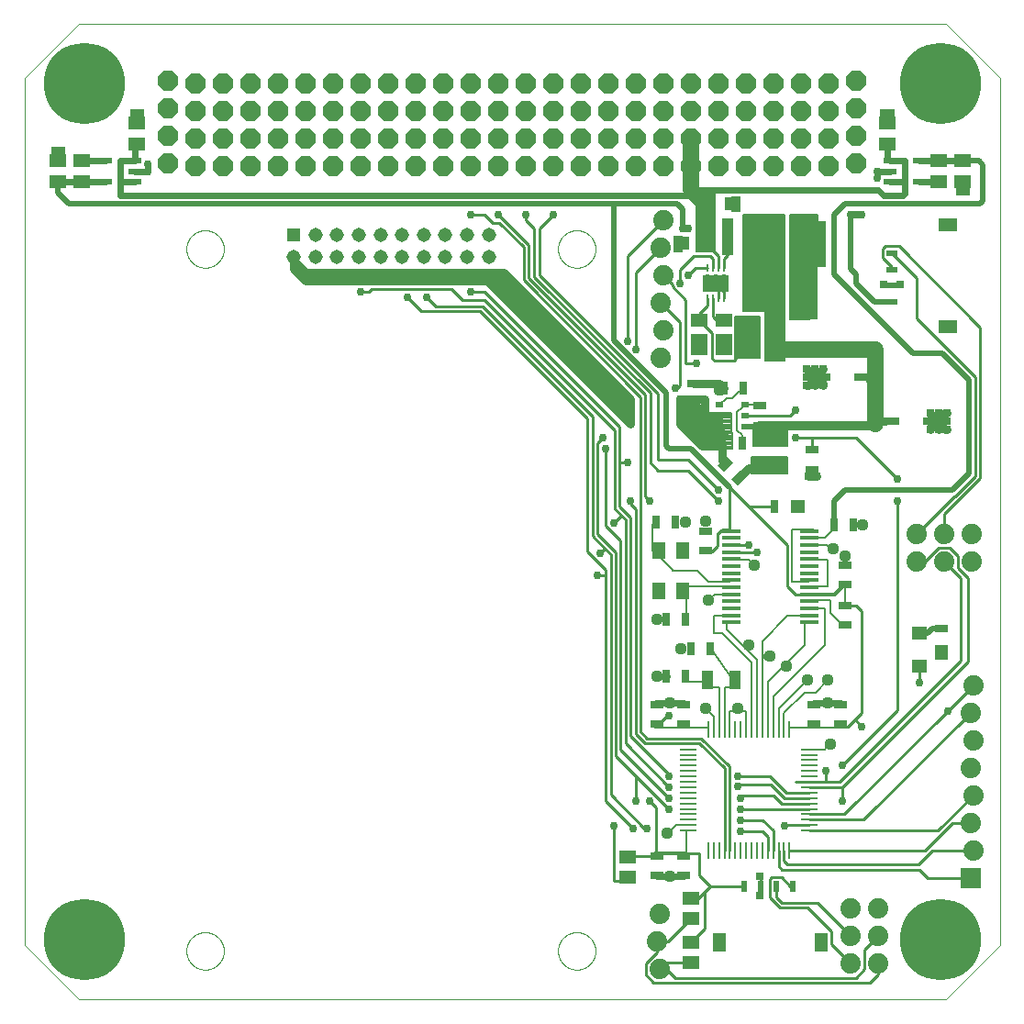
<source format=gtl>
G75*
%MOIN*%
%OFA0B0*%
%FSLAX25Y25*%
%IPPOS*%
%LPD*%
%AMOC8*
5,1,8,0,0,1.08239X$1,22.5*
%
%ADD10C,0.00000*%
%ADD11C,0.29528*%
%ADD12OC8,0.07400*%
%ADD13R,0.06102X0.00984*%
%ADD14R,0.00984X0.06102*%
%ADD15R,0.06890X0.01575*%
%ADD16R,0.03937X0.07087*%
%ADD17R,0.04724X0.03150*%
%ADD18C,0.00800*%
%ADD19R,0.03150X0.04724*%
%ADD20C,0.04400*%
%ADD21C,0.02400*%
%ADD22R,0.04921X0.06299*%
%ADD23R,0.00984X0.03937*%
%ADD24R,0.03937X0.00984*%
%ADD25R,0.05150X0.05150*%
%ADD26C,0.05150*%
%ADD27R,0.04724X0.02362*%
%ADD28R,0.05906X0.05118*%
%ADD29R,0.02362X0.03937*%
%ADD30R,0.04921X0.07087*%
%ADD31R,0.03937X0.02362*%
%ADD32R,0.07087X0.04921*%
%ADD33R,0.09370X0.06496*%
%ADD34R,0.00984X0.02756*%
%ADD35R,0.03858X0.13386*%
%ADD36R,0.05118X0.05906*%
%ADD37R,0.06299X0.07087*%
%ADD38R,0.02756X0.02000*%
%ADD39R,0.10236X0.03150*%
%ADD40R,0.07400X0.07400*%
%ADD41C,0.07400*%
%ADD42R,0.05512X0.04724*%
%ADD43C,0.02978*%
%ADD44C,0.01000*%
%ADD45R,0.02978X0.02978*%
%ADD46C,0.01200*%
%ADD47OC8,0.03175*%
%ADD48R,0.03175X0.03175*%
%ADD49C,0.00600*%
%ADD50C,0.03000*%
%ADD51C,0.02000*%
%ADD52C,0.06000*%
%ADD53C,0.03200*%
D10*
X0020685Y0001812D02*
X0335646Y0001812D01*
X0355331Y0021497D01*
X0355331Y0336458D01*
X0335646Y0356143D01*
X0020685Y0356143D01*
X0001000Y0336458D01*
X0001000Y0021497D01*
X0020685Y0001812D01*
X0059855Y0019497D02*
X0059857Y0019664D01*
X0059863Y0019830D01*
X0059873Y0019997D01*
X0059888Y0020163D01*
X0059906Y0020328D01*
X0059929Y0020493D01*
X0059955Y0020658D01*
X0059985Y0020822D01*
X0060020Y0020985D01*
X0060059Y0021147D01*
X0060101Y0021308D01*
X0060147Y0021468D01*
X0060198Y0021627D01*
X0060252Y0021785D01*
X0060310Y0021941D01*
X0060372Y0022096D01*
X0060438Y0022249D01*
X0060507Y0022401D01*
X0060580Y0022550D01*
X0060657Y0022698D01*
X0060737Y0022844D01*
X0060821Y0022988D01*
X0060909Y0023130D01*
X0060999Y0023270D01*
X0061094Y0023407D01*
X0061191Y0023542D01*
X0061292Y0023675D01*
X0061396Y0023805D01*
X0061504Y0023933D01*
X0061614Y0024058D01*
X0061728Y0024180D01*
X0061844Y0024299D01*
X0061963Y0024415D01*
X0062085Y0024529D01*
X0062210Y0024639D01*
X0062338Y0024747D01*
X0062468Y0024851D01*
X0062601Y0024952D01*
X0062736Y0025049D01*
X0062873Y0025144D01*
X0063013Y0025234D01*
X0063155Y0025322D01*
X0063299Y0025406D01*
X0063445Y0025486D01*
X0063593Y0025563D01*
X0063742Y0025636D01*
X0063894Y0025705D01*
X0064047Y0025771D01*
X0064202Y0025833D01*
X0064358Y0025891D01*
X0064516Y0025945D01*
X0064675Y0025996D01*
X0064835Y0026042D01*
X0064996Y0026084D01*
X0065158Y0026123D01*
X0065321Y0026158D01*
X0065485Y0026188D01*
X0065650Y0026214D01*
X0065815Y0026237D01*
X0065980Y0026255D01*
X0066146Y0026270D01*
X0066313Y0026280D01*
X0066479Y0026286D01*
X0066646Y0026288D01*
X0066813Y0026286D01*
X0066979Y0026280D01*
X0067146Y0026270D01*
X0067312Y0026255D01*
X0067477Y0026237D01*
X0067642Y0026214D01*
X0067807Y0026188D01*
X0067971Y0026158D01*
X0068134Y0026123D01*
X0068296Y0026084D01*
X0068457Y0026042D01*
X0068617Y0025996D01*
X0068776Y0025945D01*
X0068934Y0025891D01*
X0069090Y0025833D01*
X0069245Y0025771D01*
X0069398Y0025705D01*
X0069550Y0025636D01*
X0069699Y0025563D01*
X0069847Y0025486D01*
X0069993Y0025406D01*
X0070137Y0025322D01*
X0070279Y0025234D01*
X0070419Y0025144D01*
X0070556Y0025049D01*
X0070691Y0024952D01*
X0070824Y0024851D01*
X0070954Y0024747D01*
X0071082Y0024639D01*
X0071207Y0024529D01*
X0071329Y0024415D01*
X0071448Y0024299D01*
X0071564Y0024180D01*
X0071678Y0024058D01*
X0071788Y0023933D01*
X0071896Y0023805D01*
X0072000Y0023675D01*
X0072101Y0023542D01*
X0072198Y0023407D01*
X0072293Y0023270D01*
X0072383Y0023130D01*
X0072471Y0022988D01*
X0072555Y0022844D01*
X0072635Y0022698D01*
X0072712Y0022550D01*
X0072785Y0022401D01*
X0072854Y0022249D01*
X0072920Y0022096D01*
X0072982Y0021941D01*
X0073040Y0021785D01*
X0073094Y0021627D01*
X0073145Y0021468D01*
X0073191Y0021308D01*
X0073233Y0021147D01*
X0073272Y0020985D01*
X0073307Y0020822D01*
X0073337Y0020658D01*
X0073363Y0020493D01*
X0073386Y0020328D01*
X0073404Y0020163D01*
X0073419Y0019997D01*
X0073429Y0019830D01*
X0073435Y0019664D01*
X0073437Y0019497D01*
X0073435Y0019330D01*
X0073429Y0019164D01*
X0073419Y0018997D01*
X0073404Y0018831D01*
X0073386Y0018666D01*
X0073363Y0018501D01*
X0073337Y0018336D01*
X0073307Y0018172D01*
X0073272Y0018009D01*
X0073233Y0017847D01*
X0073191Y0017686D01*
X0073145Y0017526D01*
X0073094Y0017367D01*
X0073040Y0017209D01*
X0072982Y0017053D01*
X0072920Y0016898D01*
X0072854Y0016745D01*
X0072785Y0016593D01*
X0072712Y0016444D01*
X0072635Y0016296D01*
X0072555Y0016150D01*
X0072471Y0016006D01*
X0072383Y0015864D01*
X0072293Y0015724D01*
X0072198Y0015587D01*
X0072101Y0015452D01*
X0072000Y0015319D01*
X0071896Y0015189D01*
X0071788Y0015061D01*
X0071678Y0014936D01*
X0071564Y0014814D01*
X0071448Y0014695D01*
X0071329Y0014579D01*
X0071207Y0014465D01*
X0071082Y0014355D01*
X0070954Y0014247D01*
X0070824Y0014143D01*
X0070691Y0014042D01*
X0070556Y0013945D01*
X0070419Y0013850D01*
X0070279Y0013760D01*
X0070137Y0013672D01*
X0069993Y0013588D01*
X0069847Y0013508D01*
X0069699Y0013431D01*
X0069550Y0013358D01*
X0069398Y0013289D01*
X0069245Y0013223D01*
X0069090Y0013161D01*
X0068934Y0013103D01*
X0068776Y0013049D01*
X0068617Y0012998D01*
X0068457Y0012952D01*
X0068296Y0012910D01*
X0068134Y0012871D01*
X0067971Y0012836D01*
X0067807Y0012806D01*
X0067642Y0012780D01*
X0067477Y0012757D01*
X0067312Y0012739D01*
X0067146Y0012724D01*
X0066979Y0012714D01*
X0066813Y0012708D01*
X0066646Y0012706D01*
X0066479Y0012708D01*
X0066313Y0012714D01*
X0066146Y0012724D01*
X0065980Y0012739D01*
X0065815Y0012757D01*
X0065650Y0012780D01*
X0065485Y0012806D01*
X0065321Y0012836D01*
X0065158Y0012871D01*
X0064996Y0012910D01*
X0064835Y0012952D01*
X0064675Y0012998D01*
X0064516Y0013049D01*
X0064358Y0013103D01*
X0064202Y0013161D01*
X0064047Y0013223D01*
X0063894Y0013289D01*
X0063742Y0013358D01*
X0063593Y0013431D01*
X0063445Y0013508D01*
X0063299Y0013588D01*
X0063155Y0013672D01*
X0063013Y0013760D01*
X0062873Y0013850D01*
X0062736Y0013945D01*
X0062601Y0014042D01*
X0062468Y0014143D01*
X0062338Y0014247D01*
X0062210Y0014355D01*
X0062085Y0014465D01*
X0061963Y0014579D01*
X0061844Y0014695D01*
X0061728Y0014814D01*
X0061614Y0014936D01*
X0061504Y0015061D01*
X0061396Y0015189D01*
X0061292Y0015319D01*
X0061191Y0015452D01*
X0061094Y0015587D01*
X0060999Y0015724D01*
X0060909Y0015864D01*
X0060821Y0016006D01*
X0060737Y0016150D01*
X0060657Y0016296D01*
X0060580Y0016444D01*
X0060507Y0016593D01*
X0060438Y0016745D01*
X0060372Y0016898D01*
X0060310Y0017053D01*
X0060252Y0017209D01*
X0060198Y0017367D01*
X0060147Y0017526D01*
X0060101Y0017686D01*
X0060059Y0017847D01*
X0060020Y0018009D01*
X0059985Y0018172D01*
X0059955Y0018336D01*
X0059929Y0018501D01*
X0059906Y0018666D01*
X0059888Y0018831D01*
X0059873Y0018997D01*
X0059863Y0019164D01*
X0059857Y0019330D01*
X0059855Y0019497D01*
X0194855Y0019497D02*
X0194857Y0019664D01*
X0194863Y0019830D01*
X0194873Y0019997D01*
X0194888Y0020163D01*
X0194906Y0020328D01*
X0194929Y0020493D01*
X0194955Y0020658D01*
X0194985Y0020822D01*
X0195020Y0020985D01*
X0195059Y0021147D01*
X0195101Y0021308D01*
X0195147Y0021468D01*
X0195198Y0021627D01*
X0195252Y0021785D01*
X0195310Y0021941D01*
X0195372Y0022096D01*
X0195438Y0022249D01*
X0195507Y0022401D01*
X0195580Y0022550D01*
X0195657Y0022698D01*
X0195737Y0022844D01*
X0195821Y0022988D01*
X0195909Y0023130D01*
X0195999Y0023270D01*
X0196094Y0023407D01*
X0196191Y0023542D01*
X0196292Y0023675D01*
X0196396Y0023805D01*
X0196504Y0023933D01*
X0196614Y0024058D01*
X0196728Y0024180D01*
X0196844Y0024299D01*
X0196963Y0024415D01*
X0197085Y0024529D01*
X0197210Y0024639D01*
X0197338Y0024747D01*
X0197468Y0024851D01*
X0197601Y0024952D01*
X0197736Y0025049D01*
X0197873Y0025144D01*
X0198013Y0025234D01*
X0198155Y0025322D01*
X0198299Y0025406D01*
X0198445Y0025486D01*
X0198593Y0025563D01*
X0198742Y0025636D01*
X0198894Y0025705D01*
X0199047Y0025771D01*
X0199202Y0025833D01*
X0199358Y0025891D01*
X0199516Y0025945D01*
X0199675Y0025996D01*
X0199835Y0026042D01*
X0199996Y0026084D01*
X0200158Y0026123D01*
X0200321Y0026158D01*
X0200485Y0026188D01*
X0200650Y0026214D01*
X0200815Y0026237D01*
X0200980Y0026255D01*
X0201146Y0026270D01*
X0201313Y0026280D01*
X0201479Y0026286D01*
X0201646Y0026288D01*
X0201813Y0026286D01*
X0201979Y0026280D01*
X0202146Y0026270D01*
X0202312Y0026255D01*
X0202477Y0026237D01*
X0202642Y0026214D01*
X0202807Y0026188D01*
X0202971Y0026158D01*
X0203134Y0026123D01*
X0203296Y0026084D01*
X0203457Y0026042D01*
X0203617Y0025996D01*
X0203776Y0025945D01*
X0203934Y0025891D01*
X0204090Y0025833D01*
X0204245Y0025771D01*
X0204398Y0025705D01*
X0204550Y0025636D01*
X0204699Y0025563D01*
X0204847Y0025486D01*
X0204993Y0025406D01*
X0205137Y0025322D01*
X0205279Y0025234D01*
X0205419Y0025144D01*
X0205556Y0025049D01*
X0205691Y0024952D01*
X0205824Y0024851D01*
X0205954Y0024747D01*
X0206082Y0024639D01*
X0206207Y0024529D01*
X0206329Y0024415D01*
X0206448Y0024299D01*
X0206564Y0024180D01*
X0206678Y0024058D01*
X0206788Y0023933D01*
X0206896Y0023805D01*
X0207000Y0023675D01*
X0207101Y0023542D01*
X0207198Y0023407D01*
X0207293Y0023270D01*
X0207383Y0023130D01*
X0207471Y0022988D01*
X0207555Y0022844D01*
X0207635Y0022698D01*
X0207712Y0022550D01*
X0207785Y0022401D01*
X0207854Y0022249D01*
X0207920Y0022096D01*
X0207982Y0021941D01*
X0208040Y0021785D01*
X0208094Y0021627D01*
X0208145Y0021468D01*
X0208191Y0021308D01*
X0208233Y0021147D01*
X0208272Y0020985D01*
X0208307Y0020822D01*
X0208337Y0020658D01*
X0208363Y0020493D01*
X0208386Y0020328D01*
X0208404Y0020163D01*
X0208419Y0019997D01*
X0208429Y0019830D01*
X0208435Y0019664D01*
X0208437Y0019497D01*
X0208435Y0019330D01*
X0208429Y0019164D01*
X0208419Y0018997D01*
X0208404Y0018831D01*
X0208386Y0018666D01*
X0208363Y0018501D01*
X0208337Y0018336D01*
X0208307Y0018172D01*
X0208272Y0018009D01*
X0208233Y0017847D01*
X0208191Y0017686D01*
X0208145Y0017526D01*
X0208094Y0017367D01*
X0208040Y0017209D01*
X0207982Y0017053D01*
X0207920Y0016898D01*
X0207854Y0016745D01*
X0207785Y0016593D01*
X0207712Y0016444D01*
X0207635Y0016296D01*
X0207555Y0016150D01*
X0207471Y0016006D01*
X0207383Y0015864D01*
X0207293Y0015724D01*
X0207198Y0015587D01*
X0207101Y0015452D01*
X0207000Y0015319D01*
X0206896Y0015189D01*
X0206788Y0015061D01*
X0206678Y0014936D01*
X0206564Y0014814D01*
X0206448Y0014695D01*
X0206329Y0014579D01*
X0206207Y0014465D01*
X0206082Y0014355D01*
X0205954Y0014247D01*
X0205824Y0014143D01*
X0205691Y0014042D01*
X0205556Y0013945D01*
X0205419Y0013850D01*
X0205279Y0013760D01*
X0205137Y0013672D01*
X0204993Y0013588D01*
X0204847Y0013508D01*
X0204699Y0013431D01*
X0204550Y0013358D01*
X0204398Y0013289D01*
X0204245Y0013223D01*
X0204090Y0013161D01*
X0203934Y0013103D01*
X0203776Y0013049D01*
X0203617Y0012998D01*
X0203457Y0012952D01*
X0203296Y0012910D01*
X0203134Y0012871D01*
X0202971Y0012836D01*
X0202807Y0012806D01*
X0202642Y0012780D01*
X0202477Y0012757D01*
X0202312Y0012739D01*
X0202146Y0012724D01*
X0201979Y0012714D01*
X0201813Y0012708D01*
X0201646Y0012706D01*
X0201479Y0012708D01*
X0201313Y0012714D01*
X0201146Y0012724D01*
X0200980Y0012739D01*
X0200815Y0012757D01*
X0200650Y0012780D01*
X0200485Y0012806D01*
X0200321Y0012836D01*
X0200158Y0012871D01*
X0199996Y0012910D01*
X0199835Y0012952D01*
X0199675Y0012998D01*
X0199516Y0013049D01*
X0199358Y0013103D01*
X0199202Y0013161D01*
X0199047Y0013223D01*
X0198894Y0013289D01*
X0198742Y0013358D01*
X0198593Y0013431D01*
X0198445Y0013508D01*
X0198299Y0013588D01*
X0198155Y0013672D01*
X0198013Y0013760D01*
X0197873Y0013850D01*
X0197736Y0013945D01*
X0197601Y0014042D01*
X0197468Y0014143D01*
X0197338Y0014247D01*
X0197210Y0014355D01*
X0197085Y0014465D01*
X0196963Y0014579D01*
X0196844Y0014695D01*
X0196728Y0014814D01*
X0196614Y0014936D01*
X0196504Y0015061D01*
X0196396Y0015189D01*
X0196292Y0015319D01*
X0196191Y0015452D01*
X0196094Y0015587D01*
X0195999Y0015724D01*
X0195909Y0015864D01*
X0195821Y0016006D01*
X0195737Y0016150D01*
X0195657Y0016296D01*
X0195580Y0016444D01*
X0195507Y0016593D01*
X0195438Y0016745D01*
X0195372Y0016898D01*
X0195310Y0017053D01*
X0195252Y0017209D01*
X0195198Y0017367D01*
X0195147Y0017526D01*
X0195101Y0017686D01*
X0195059Y0017847D01*
X0195020Y0018009D01*
X0194985Y0018172D01*
X0194955Y0018336D01*
X0194929Y0018501D01*
X0194906Y0018666D01*
X0194888Y0018831D01*
X0194873Y0018997D01*
X0194863Y0019164D01*
X0194857Y0019330D01*
X0194855Y0019497D01*
X0194855Y0274497D02*
X0194857Y0274664D01*
X0194863Y0274830D01*
X0194873Y0274997D01*
X0194888Y0275163D01*
X0194906Y0275328D01*
X0194929Y0275493D01*
X0194955Y0275658D01*
X0194985Y0275822D01*
X0195020Y0275985D01*
X0195059Y0276147D01*
X0195101Y0276308D01*
X0195147Y0276468D01*
X0195198Y0276627D01*
X0195252Y0276785D01*
X0195310Y0276941D01*
X0195372Y0277096D01*
X0195438Y0277249D01*
X0195507Y0277401D01*
X0195580Y0277550D01*
X0195657Y0277698D01*
X0195737Y0277844D01*
X0195821Y0277988D01*
X0195909Y0278130D01*
X0195999Y0278270D01*
X0196094Y0278407D01*
X0196191Y0278542D01*
X0196292Y0278675D01*
X0196396Y0278805D01*
X0196504Y0278933D01*
X0196614Y0279058D01*
X0196728Y0279180D01*
X0196844Y0279299D01*
X0196963Y0279415D01*
X0197085Y0279529D01*
X0197210Y0279639D01*
X0197338Y0279747D01*
X0197468Y0279851D01*
X0197601Y0279952D01*
X0197736Y0280049D01*
X0197873Y0280144D01*
X0198013Y0280234D01*
X0198155Y0280322D01*
X0198299Y0280406D01*
X0198445Y0280486D01*
X0198593Y0280563D01*
X0198742Y0280636D01*
X0198894Y0280705D01*
X0199047Y0280771D01*
X0199202Y0280833D01*
X0199358Y0280891D01*
X0199516Y0280945D01*
X0199675Y0280996D01*
X0199835Y0281042D01*
X0199996Y0281084D01*
X0200158Y0281123D01*
X0200321Y0281158D01*
X0200485Y0281188D01*
X0200650Y0281214D01*
X0200815Y0281237D01*
X0200980Y0281255D01*
X0201146Y0281270D01*
X0201313Y0281280D01*
X0201479Y0281286D01*
X0201646Y0281288D01*
X0201813Y0281286D01*
X0201979Y0281280D01*
X0202146Y0281270D01*
X0202312Y0281255D01*
X0202477Y0281237D01*
X0202642Y0281214D01*
X0202807Y0281188D01*
X0202971Y0281158D01*
X0203134Y0281123D01*
X0203296Y0281084D01*
X0203457Y0281042D01*
X0203617Y0280996D01*
X0203776Y0280945D01*
X0203934Y0280891D01*
X0204090Y0280833D01*
X0204245Y0280771D01*
X0204398Y0280705D01*
X0204550Y0280636D01*
X0204699Y0280563D01*
X0204847Y0280486D01*
X0204993Y0280406D01*
X0205137Y0280322D01*
X0205279Y0280234D01*
X0205419Y0280144D01*
X0205556Y0280049D01*
X0205691Y0279952D01*
X0205824Y0279851D01*
X0205954Y0279747D01*
X0206082Y0279639D01*
X0206207Y0279529D01*
X0206329Y0279415D01*
X0206448Y0279299D01*
X0206564Y0279180D01*
X0206678Y0279058D01*
X0206788Y0278933D01*
X0206896Y0278805D01*
X0207000Y0278675D01*
X0207101Y0278542D01*
X0207198Y0278407D01*
X0207293Y0278270D01*
X0207383Y0278130D01*
X0207471Y0277988D01*
X0207555Y0277844D01*
X0207635Y0277698D01*
X0207712Y0277550D01*
X0207785Y0277401D01*
X0207854Y0277249D01*
X0207920Y0277096D01*
X0207982Y0276941D01*
X0208040Y0276785D01*
X0208094Y0276627D01*
X0208145Y0276468D01*
X0208191Y0276308D01*
X0208233Y0276147D01*
X0208272Y0275985D01*
X0208307Y0275822D01*
X0208337Y0275658D01*
X0208363Y0275493D01*
X0208386Y0275328D01*
X0208404Y0275163D01*
X0208419Y0274997D01*
X0208429Y0274830D01*
X0208435Y0274664D01*
X0208437Y0274497D01*
X0208435Y0274330D01*
X0208429Y0274164D01*
X0208419Y0273997D01*
X0208404Y0273831D01*
X0208386Y0273666D01*
X0208363Y0273501D01*
X0208337Y0273336D01*
X0208307Y0273172D01*
X0208272Y0273009D01*
X0208233Y0272847D01*
X0208191Y0272686D01*
X0208145Y0272526D01*
X0208094Y0272367D01*
X0208040Y0272209D01*
X0207982Y0272053D01*
X0207920Y0271898D01*
X0207854Y0271745D01*
X0207785Y0271593D01*
X0207712Y0271444D01*
X0207635Y0271296D01*
X0207555Y0271150D01*
X0207471Y0271006D01*
X0207383Y0270864D01*
X0207293Y0270724D01*
X0207198Y0270587D01*
X0207101Y0270452D01*
X0207000Y0270319D01*
X0206896Y0270189D01*
X0206788Y0270061D01*
X0206678Y0269936D01*
X0206564Y0269814D01*
X0206448Y0269695D01*
X0206329Y0269579D01*
X0206207Y0269465D01*
X0206082Y0269355D01*
X0205954Y0269247D01*
X0205824Y0269143D01*
X0205691Y0269042D01*
X0205556Y0268945D01*
X0205419Y0268850D01*
X0205279Y0268760D01*
X0205137Y0268672D01*
X0204993Y0268588D01*
X0204847Y0268508D01*
X0204699Y0268431D01*
X0204550Y0268358D01*
X0204398Y0268289D01*
X0204245Y0268223D01*
X0204090Y0268161D01*
X0203934Y0268103D01*
X0203776Y0268049D01*
X0203617Y0267998D01*
X0203457Y0267952D01*
X0203296Y0267910D01*
X0203134Y0267871D01*
X0202971Y0267836D01*
X0202807Y0267806D01*
X0202642Y0267780D01*
X0202477Y0267757D01*
X0202312Y0267739D01*
X0202146Y0267724D01*
X0201979Y0267714D01*
X0201813Y0267708D01*
X0201646Y0267706D01*
X0201479Y0267708D01*
X0201313Y0267714D01*
X0201146Y0267724D01*
X0200980Y0267739D01*
X0200815Y0267757D01*
X0200650Y0267780D01*
X0200485Y0267806D01*
X0200321Y0267836D01*
X0200158Y0267871D01*
X0199996Y0267910D01*
X0199835Y0267952D01*
X0199675Y0267998D01*
X0199516Y0268049D01*
X0199358Y0268103D01*
X0199202Y0268161D01*
X0199047Y0268223D01*
X0198894Y0268289D01*
X0198742Y0268358D01*
X0198593Y0268431D01*
X0198445Y0268508D01*
X0198299Y0268588D01*
X0198155Y0268672D01*
X0198013Y0268760D01*
X0197873Y0268850D01*
X0197736Y0268945D01*
X0197601Y0269042D01*
X0197468Y0269143D01*
X0197338Y0269247D01*
X0197210Y0269355D01*
X0197085Y0269465D01*
X0196963Y0269579D01*
X0196844Y0269695D01*
X0196728Y0269814D01*
X0196614Y0269936D01*
X0196504Y0270061D01*
X0196396Y0270189D01*
X0196292Y0270319D01*
X0196191Y0270452D01*
X0196094Y0270587D01*
X0195999Y0270724D01*
X0195909Y0270864D01*
X0195821Y0271006D01*
X0195737Y0271150D01*
X0195657Y0271296D01*
X0195580Y0271444D01*
X0195507Y0271593D01*
X0195438Y0271745D01*
X0195372Y0271898D01*
X0195310Y0272053D01*
X0195252Y0272209D01*
X0195198Y0272367D01*
X0195147Y0272526D01*
X0195101Y0272686D01*
X0195059Y0272847D01*
X0195020Y0273009D01*
X0194985Y0273172D01*
X0194955Y0273336D01*
X0194929Y0273501D01*
X0194906Y0273666D01*
X0194888Y0273831D01*
X0194873Y0273997D01*
X0194863Y0274164D01*
X0194857Y0274330D01*
X0194855Y0274497D01*
X0059855Y0274497D02*
X0059857Y0274664D01*
X0059863Y0274830D01*
X0059873Y0274997D01*
X0059888Y0275163D01*
X0059906Y0275328D01*
X0059929Y0275493D01*
X0059955Y0275658D01*
X0059985Y0275822D01*
X0060020Y0275985D01*
X0060059Y0276147D01*
X0060101Y0276308D01*
X0060147Y0276468D01*
X0060198Y0276627D01*
X0060252Y0276785D01*
X0060310Y0276941D01*
X0060372Y0277096D01*
X0060438Y0277249D01*
X0060507Y0277401D01*
X0060580Y0277550D01*
X0060657Y0277698D01*
X0060737Y0277844D01*
X0060821Y0277988D01*
X0060909Y0278130D01*
X0060999Y0278270D01*
X0061094Y0278407D01*
X0061191Y0278542D01*
X0061292Y0278675D01*
X0061396Y0278805D01*
X0061504Y0278933D01*
X0061614Y0279058D01*
X0061728Y0279180D01*
X0061844Y0279299D01*
X0061963Y0279415D01*
X0062085Y0279529D01*
X0062210Y0279639D01*
X0062338Y0279747D01*
X0062468Y0279851D01*
X0062601Y0279952D01*
X0062736Y0280049D01*
X0062873Y0280144D01*
X0063013Y0280234D01*
X0063155Y0280322D01*
X0063299Y0280406D01*
X0063445Y0280486D01*
X0063593Y0280563D01*
X0063742Y0280636D01*
X0063894Y0280705D01*
X0064047Y0280771D01*
X0064202Y0280833D01*
X0064358Y0280891D01*
X0064516Y0280945D01*
X0064675Y0280996D01*
X0064835Y0281042D01*
X0064996Y0281084D01*
X0065158Y0281123D01*
X0065321Y0281158D01*
X0065485Y0281188D01*
X0065650Y0281214D01*
X0065815Y0281237D01*
X0065980Y0281255D01*
X0066146Y0281270D01*
X0066313Y0281280D01*
X0066479Y0281286D01*
X0066646Y0281288D01*
X0066813Y0281286D01*
X0066979Y0281280D01*
X0067146Y0281270D01*
X0067312Y0281255D01*
X0067477Y0281237D01*
X0067642Y0281214D01*
X0067807Y0281188D01*
X0067971Y0281158D01*
X0068134Y0281123D01*
X0068296Y0281084D01*
X0068457Y0281042D01*
X0068617Y0280996D01*
X0068776Y0280945D01*
X0068934Y0280891D01*
X0069090Y0280833D01*
X0069245Y0280771D01*
X0069398Y0280705D01*
X0069550Y0280636D01*
X0069699Y0280563D01*
X0069847Y0280486D01*
X0069993Y0280406D01*
X0070137Y0280322D01*
X0070279Y0280234D01*
X0070419Y0280144D01*
X0070556Y0280049D01*
X0070691Y0279952D01*
X0070824Y0279851D01*
X0070954Y0279747D01*
X0071082Y0279639D01*
X0071207Y0279529D01*
X0071329Y0279415D01*
X0071448Y0279299D01*
X0071564Y0279180D01*
X0071678Y0279058D01*
X0071788Y0278933D01*
X0071896Y0278805D01*
X0072000Y0278675D01*
X0072101Y0278542D01*
X0072198Y0278407D01*
X0072293Y0278270D01*
X0072383Y0278130D01*
X0072471Y0277988D01*
X0072555Y0277844D01*
X0072635Y0277698D01*
X0072712Y0277550D01*
X0072785Y0277401D01*
X0072854Y0277249D01*
X0072920Y0277096D01*
X0072982Y0276941D01*
X0073040Y0276785D01*
X0073094Y0276627D01*
X0073145Y0276468D01*
X0073191Y0276308D01*
X0073233Y0276147D01*
X0073272Y0275985D01*
X0073307Y0275822D01*
X0073337Y0275658D01*
X0073363Y0275493D01*
X0073386Y0275328D01*
X0073404Y0275163D01*
X0073419Y0274997D01*
X0073429Y0274830D01*
X0073435Y0274664D01*
X0073437Y0274497D01*
X0073435Y0274330D01*
X0073429Y0274164D01*
X0073419Y0273997D01*
X0073404Y0273831D01*
X0073386Y0273666D01*
X0073363Y0273501D01*
X0073337Y0273336D01*
X0073307Y0273172D01*
X0073272Y0273009D01*
X0073233Y0272847D01*
X0073191Y0272686D01*
X0073145Y0272526D01*
X0073094Y0272367D01*
X0073040Y0272209D01*
X0072982Y0272053D01*
X0072920Y0271898D01*
X0072854Y0271745D01*
X0072785Y0271593D01*
X0072712Y0271444D01*
X0072635Y0271296D01*
X0072555Y0271150D01*
X0072471Y0271006D01*
X0072383Y0270864D01*
X0072293Y0270724D01*
X0072198Y0270587D01*
X0072101Y0270452D01*
X0072000Y0270319D01*
X0071896Y0270189D01*
X0071788Y0270061D01*
X0071678Y0269936D01*
X0071564Y0269814D01*
X0071448Y0269695D01*
X0071329Y0269579D01*
X0071207Y0269465D01*
X0071082Y0269355D01*
X0070954Y0269247D01*
X0070824Y0269143D01*
X0070691Y0269042D01*
X0070556Y0268945D01*
X0070419Y0268850D01*
X0070279Y0268760D01*
X0070137Y0268672D01*
X0069993Y0268588D01*
X0069847Y0268508D01*
X0069699Y0268431D01*
X0069550Y0268358D01*
X0069398Y0268289D01*
X0069245Y0268223D01*
X0069090Y0268161D01*
X0068934Y0268103D01*
X0068776Y0268049D01*
X0068617Y0267998D01*
X0068457Y0267952D01*
X0068296Y0267910D01*
X0068134Y0267871D01*
X0067971Y0267836D01*
X0067807Y0267806D01*
X0067642Y0267780D01*
X0067477Y0267757D01*
X0067312Y0267739D01*
X0067146Y0267724D01*
X0066979Y0267714D01*
X0066813Y0267708D01*
X0066646Y0267706D01*
X0066479Y0267708D01*
X0066313Y0267714D01*
X0066146Y0267724D01*
X0065980Y0267739D01*
X0065815Y0267757D01*
X0065650Y0267780D01*
X0065485Y0267806D01*
X0065321Y0267836D01*
X0065158Y0267871D01*
X0064996Y0267910D01*
X0064835Y0267952D01*
X0064675Y0267998D01*
X0064516Y0268049D01*
X0064358Y0268103D01*
X0064202Y0268161D01*
X0064047Y0268223D01*
X0063894Y0268289D01*
X0063742Y0268358D01*
X0063593Y0268431D01*
X0063445Y0268508D01*
X0063299Y0268588D01*
X0063155Y0268672D01*
X0063013Y0268760D01*
X0062873Y0268850D01*
X0062736Y0268945D01*
X0062601Y0269042D01*
X0062468Y0269143D01*
X0062338Y0269247D01*
X0062210Y0269355D01*
X0062085Y0269465D01*
X0061963Y0269579D01*
X0061844Y0269695D01*
X0061728Y0269814D01*
X0061614Y0269936D01*
X0061504Y0270061D01*
X0061396Y0270189D01*
X0061292Y0270319D01*
X0061191Y0270452D01*
X0061094Y0270587D01*
X0060999Y0270724D01*
X0060909Y0270864D01*
X0060821Y0271006D01*
X0060737Y0271150D01*
X0060657Y0271296D01*
X0060580Y0271444D01*
X0060507Y0271593D01*
X0060438Y0271745D01*
X0060372Y0271898D01*
X0060310Y0272053D01*
X0060252Y0272209D01*
X0060198Y0272367D01*
X0060147Y0272526D01*
X0060101Y0272686D01*
X0060059Y0272847D01*
X0060020Y0273009D01*
X0059985Y0273172D01*
X0059955Y0273336D01*
X0059929Y0273501D01*
X0059906Y0273666D01*
X0059888Y0273831D01*
X0059873Y0273997D01*
X0059863Y0274164D01*
X0059857Y0274330D01*
X0059855Y0274497D01*
D11*
X0022654Y0334490D03*
X0333677Y0334490D03*
X0333677Y0023466D03*
X0022654Y0023466D03*
D12*
X0053165Y0305490D03*
X0053165Y0315490D03*
X0053165Y0325490D03*
X0053165Y0335490D03*
X0063165Y0334490D03*
X0073165Y0334490D03*
X0083165Y0334490D03*
X0093165Y0334490D03*
X0103165Y0334490D03*
X0113165Y0334490D03*
X0123165Y0334490D03*
X0133165Y0334490D03*
X0143165Y0334490D03*
X0153165Y0334490D03*
X0163165Y0334490D03*
X0173165Y0334490D03*
X0183165Y0334490D03*
X0193165Y0334490D03*
X0203165Y0334490D03*
X0213165Y0334490D03*
X0223165Y0334490D03*
X0233165Y0334490D03*
X0243165Y0334490D03*
X0253165Y0334490D03*
X0263165Y0334490D03*
X0273165Y0334490D03*
X0283165Y0334490D03*
X0293165Y0334490D03*
X0293165Y0324490D03*
X0293165Y0314490D03*
X0283165Y0314490D03*
X0283165Y0324490D03*
X0273165Y0324490D03*
X0273165Y0314490D03*
X0263165Y0314490D03*
X0263165Y0324490D03*
X0253165Y0324490D03*
X0253165Y0314490D03*
X0243165Y0314490D03*
X0243165Y0324490D03*
X0233165Y0324490D03*
X0233165Y0314490D03*
X0223165Y0314490D03*
X0223165Y0324490D03*
X0213165Y0324490D03*
X0213165Y0314490D03*
X0203165Y0314490D03*
X0203165Y0324490D03*
X0193165Y0324490D03*
X0193165Y0314490D03*
X0183165Y0314490D03*
X0183165Y0324490D03*
X0173165Y0324490D03*
X0173165Y0314490D03*
X0163165Y0314490D03*
X0163165Y0324490D03*
X0153165Y0324490D03*
X0153165Y0314490D03*
X0143165Y0314490D03*
X0143165Y0324490D03*
X0133165Y0324490D03*
X0133165Y0314490D03*
X0123165Y0314490D03*
X0123165Y0324490D03*
X0113165Y0324490D03*
X0113165Y0314490D03*
X0103165Y0314490D03*
X0103165Y0324490D03*
X0093165Y0324490D03*
X0093165Y0314490D03*
X0083165Y0314490D03*
X0083165Y0324490D03*
X0073165Y0324490D03*
X0073165Y0314490D03*
X0063165Y0314490D03*
X0063165Y0324490D03*
X0063165Y0304490D03*
X0073165Y0304490D03*
X0083165Y0304490D03*
X0093165Y0304490D03*
X0103165Y0304490D03*
X0113165Y0304490D03*
X0123165Y0304490D03*
X0133165Y0304490D03*
X0143165Y0304490D03*
X0153165Y0304490D03*
X0163165Y0304490D03*
X0173165Y0304490D03*
X0183165Y0304490D03*
X0193165Y0304490D03*
X0203165Y0304490D03*
X0213165Y0304490D03*
X0223165Y0304490D03*
X0233165Y0304490D03*
X0243165Y0304490D03*
X0253165Y0304490D03*
X0263165Y0304490D03*
X0273165Y0304490D03*
X0283165Y0304490D03*
X0293165Y0304490D03*
X0303165Y0305490D03*
X0303165Y0315490D03*
X0303165Y0325490D03*
X0303165Y0335490D03*
D13*
X0286213Y0092741D03*
X0286213Y0090773D03*
X0286213Y0088804D03*
X0286213Y0086836D03*
X0286213Y0084867D03*
X0286213Y0082899D03*
X0286213Y0080930D03*
X0286213Y0078962D03*
X0286213Y0076993D03*
X0286213Y0075025D03*
X0286213Y0073056D03*
X0286213Y0071088D03*
X0286213Y0069119D03*
X0286213Y0067151D03*
X0286213Y0065182D03*
X0286213Y0063214D03*
X0242118Y0063214D03*
X0242118Y0065182D03*
X0242118Y0067151D03*
X0242118Y0069119D03*
X0242118Y0071088D03*
X0242118Y0073056D03*
X0242118Y0075025D03*
X0242118Y0076993D03*
X0242118Y0078962D03*
X0242118Y0080930D03*
X0242118Y0082899D03*
X0242118Y0084867D03*
X0242118Y0086836D03*
X0242118Y0088804D03*
X0242118Y0090773D03*
X0242118Y0092741D03*
D14*
X0249402Y0100025D03*
X0251370Y0100025D03*
X0253339Y0100025D03*
X0255307Y0100025D03*
X0257276Y0100025D03*
X0259244Y0100025D03*
X0261213Y0100025D03*
X0263181Y0100025D03*
X0265150Y0100025D03*
X0267118Y0100025D03*
X0269087Y0100025D03*
X0271055Y0100025D03*
X0273024Y0100025D03*
X0274992Y0100025D03*
X0276961Y0100025D03*
X0278929Y0100025D03*
X0278929Y0055930D03*
X0276961Y0055930D03*
X0274992Y0055930D03*
X0273024Y0055930D03*
X0271055Y0055930D03*
X0269087Y0055930D03*
X0267118Y0055930D03*
X0265150Y0055930D03*
X0263181Y0055930D03*
X0261213Y0055930D03*
X0259244Y0055930D03*
X0257276Y0055930D03*
X0255307Y0055930D03*
X0253339Y0055930D03*
X0251370Y0055930D03*
X0249402Y0055930D03*
D15*
X0257866Y0138844D03*
X0257866Y0141403D03*
X0257866Y0143962D03*
X0257866Y0146521D03*
X0257866Y0149080D03*
X0257866Y0151639D03*
X0257866Y0154198D03*
X0257866Y0156757D03*
X0257866Y0159316D03*
X0257866Y0161875D03*
X0257866Y0164434D03*
X0257866Y0166993D03*
X0257866Y0169553D03*
X0257866Y0172112D03*
X0286213Y0172112D03*
X0286213Y0169553D03*
X0286213Y0166993D03*
X0286213Y0164434D03*
X0286213Y0161875D03*
X0286213Y0159316D03*
X0286213Y0156757D03*
X0286213Y0154198D03*
X0286213Y0151639D03*
X0286213Y0149080D03*
X0286213Y0146521D03*
X0286213Y0143962D03*
X0286213Y0141403D03*
X0286213Y0138844D03*
D16*
X0259087Y0117978D03*
X0249244Y0117978D03*
D17*
X0240543Y0109001D03*
X0240543Y0101915D03*
X0230701Y0101915D03*
X0230701Y0109001D03*
X0230701Y0054041D03*
X0230701Y0046954D03*
X0240543Y0046954D03*
X0240543Y0054041D03*
X0287787Y0101915D03*
X0287787Y0109001D03*
X0297630Y0109001D03*
X0297630Y0101915D03*
X0299106Y0137997D03*
X0299106Y0145084D03*
X0299106Y0152604D03*
X0299106Y0159690D03*
X0334165Y0136521D03*
X0334165Y0129434D03*
X0287165Y0194434D03*
X0287165Y0201521D03*
X0275165Y0204521D03*
X0268165Y0204521D03*
X0268165Y0210434D03*
X0268165Y0217521D03*
X0268165Y0197434D03*
X0275165Y0197434D03*
X0248516Y0172092D03*
X0248516Y0165005D03*
X0244165Y0218434D03*
X0244165Y0225521D03*
D18*
X0253591Y0217915D02*
X0256091Y0220416D01*
X0258194Y0220416D01*
X0260756Y0222978D01*
X0262209Y0223978D01*
X0262740Y0217915D02*
X0267772Y0217915D01*
X0268165Y0217521D01*
X0262740Y0217915D02*
X0261003Y0216178D01*
X0260865Y0216178D01*
X0259940Y0215253D01*
X0259940Y0208766D01*
X0261709Y0206997D01*
X0261709Y0203978D01*
X0258165Y0204367D02*
X0252165Y0204367D01*
X0252165Y0205165D02*
X0258165Y0205165D01*
X0258165Y0205964D02*
X0252165Y0205964D01*
X0252165Y0206762D02*
X0258165Y0206762D01*
X0258165Y0207561D02*
X0252165Y0207561D01*
X0252165Y0208359D02*
X0257940Y0208359D01*
X0257940Y0207937D02*
X0258165Y0207712D01*
X0258165Y0201978D01*
X0252165Y0201978D01*
X0252165Y0214978D01*
X0257940Y0214978D01*
X0257940Y0207937D01*
X0257940Y0209158D02*
X0252165Y0209158D01*
X0252165Y0209956D02*
X0257940Y0209956D01*
X0257940Y0210755D02*
X0252165Y0210755D01*
X0252165Y0211553D02*
X0257940Y0211553D01*
X0257940Y0212352D02*
X0252165Y0212352D01*
X0252165Y0213150D02*
X0257940Y0213150D01*
X0257940Y0213949D02*
X0252165Y0213949D01*
X0252165Y0214747D02*
X0257940Y0214747D01*
X0258165Y0203568D02*
X0252165Y0203568D01*
X0252165Y0202770D02*
X0258165Y0202770D01*
X0257472Y0172466D02*
X0254323Y0172466D01*
X0252748Y0170891D01*
X0252748Y0166560D01*
X0251173Y0164986D01*
X0248417Y0164986D01*
X0245465Y0157702D02*
X0236938Y0157702D01*
X0236372Y0157936D02*
X0231685Y0162623D01*
X0229224Y0165084D02*
X0229224Y0174103D01*
X0229459Y0174669D02*
X0230209Y0175419D01*
X0229458Y0174669D02*
X0229423Y0174630D01*
X0229389Y0174590D01*
X0229359Y0174547D01*
X0229331Y0174503D01*
X0229307Y0174457D01*
X0229285Y0174409D01*
X0229266Y0174360D01*
X0229251Y0174310D01*
X0229239Y0174259D01*
X0229231Y0174207D01*
X0229226Y0174155D01*
X0229224Y0174103D01*
X0236372Y0157936D02*
X0236411Y0157901D01*
X0236451Y0157867D01*
X0236494Y0157837D01*
X0236538Y0157809D01*
X0236584Y0157785D01*
X0236632Y0157763D01*
X0236681Y0157744D01*
X0236731Y0157729D01*
X0236782Y0157717D01*
X0236834Y0157709D01*
X0236886Y0157704D01*
X0236938Y0157702D01*
X0240543Y0151797D02*
X0257276Y0151797D01*
X0257276Y0153765D02*
X0249733Y0153765D01*
X0249167Y0153999D02*
X0245465Y0157702D01*
X0249167Y0153999D02*
X0249206Y0153964D01*
X0249246Y0153930D01*
X0249289Y0153900D01*
X0249333Y0153872D01*
X0249379Y0153848D01*
X0249427Y0153826D01*
X0249476Y0153807D01*
X0249526Y0153792D01*
X0249577Y0153780D01*
X0249629Y0153772D01*
X0249681Y0153767D01*
X0249733Y0153765D01*
X0251701Y0148844D02*
X0258260Y0148844D01*
X0251701Y0148844D02*
X0251649Y0148842D01*
X0251597Y0148837D01*
X0251545Y0148829D01*
X0251494Y0148817D01*
X0251444Y0148802D01*
X0251395Y0148783D01*
X0251347Y0148761D01*
X0251301Y0148737D01*
X0251257Y0148709D01*
X0251214Y0148679D01*
X0251174Y0148645D01*
X0251135Y0148610D01*
X0251136Y0148610D02*
X0249402Y0146875D01*
X0251370Y0141220D02*
X0251370Y0135064D01*
X0253991Y0135064D01*
X0254557Y0134830D02*
X0265150Y0124238D01*
X0265150Y0101600D01*
X0267118Y0101600D02*
X0267118Y0125222D01*
X0256526Y0135814D01*
X0256291Y0136380D02*
X0256291Y0139001D01*
X0256291Y0141220D02*
X0251370Y0141220D01*
X0256291Y0136380D02*
X0256293Y0136328D01*
X0256298Y0136276D01*
X0256306Y0136224D01*
X0256318Y0136173D01*
X0256333Y0136123D01*
X0256352Y0136074D01*
X0256374Y0136026D01*
X0256398Y0135980D01*
X0256426Y0135936D01*
X0256456Y0135893D01*
X0256490Y0135853D01*
X0256525Y0135814D01*
X0254557Y0134830D02*
X0254518Y0134865D01*
X0254478Y0134899D01*
X0254435Y0134929D01*
X0254391Y0134957D01*
X0254345Y0134981D01*
X0254297Y0135003D01*
X0254248Y0135022D01*
X0254198Y0135037D01*
X0254147Y0135049D01*
X0254095Y0135057D01*
X0254043Y0135062D01*
X0253991Y0135064D01*
X0250386Y0129159D02*
X0258260Y0118332D01*
X0259244Y0115379D02*
X0255307Y0115379D01*
X0255307Y0100616D01*
X0253339Y0100616D02*
X0253339Y0115379D01*
X0249402Y0115379D01*
X0249402Y0117348D02*
X0241528Y0117348D01*
X0248417Y0107505D02*
X0251370Y0104553D01*
X0251370Y0101600D01*
X0249402Y0100616D02*
X0230209Y0100616D01*
X0257276Y0100616D02*
X0257276Y0106521D01*
X0263181Y0106521D01*
X0263181Y0102915D01*
X0269087Y0100616D02*
X0269087Y0132112D01*
X0278195Y0141220D01*
X0284593Y0141220D01*
X0284343Y0139001D02*
X0284343Y0130635D01*
X0271055Y0117348D01*
X0271055Y0099139D01*
X0273024Y0099631D02*
X0273024Y0111974D01*
X0291724Y0130675D01*
X0291724Y0143923D01*
X0288772Y0143923D01*
X0288772Y0146875D02*
X0293693Y0146875D01*
X0293693Y0142446D01*
X0297630Y0138509D01*
X0299106Y0144415D02*
X0299106Y0152289D01*
X0298476Y0152289D01*
X0298122Y0152289D02*
X0295169Y0149336D01*
X0288280Y0149336D01*
X0287787Y0151797D02*
X0292709Y0151797D01*
X0292709Y0161639D01*
X0287787Y0161639D01*
X0291885Y0167052D02*
X0291977Y0167046D01*
X0292069Y0167036D01*
X0292160Y0167022D01*
X0292251Y0167004D01*
X0292341Y0166983D01*
X0292430Y0166958D01*
X0292518Y0166930D01*
X0292605Y0166898D01*
X0292690Y0166862D01*
X0292774Y0166823D01*
X0292856Y0166780D01*
X0292936Y0166734D01*
X0293014Y0166685D01*
X0293090Y0166632D01*
X0293164Y0166577D01*
X0293235Y0166518D01*
X0293304Y0166457D01*
X0293371Y0166392D01*
X0293435Y0166325D01*
X0293435Y0166326D02*
X0294677Y0165084D01*
X0291885Y0167053D02*
X0286311Y0167053D01*
X0287787Y0169513D02*
X0291393Y0169513D01*
X0291959Y0169747D02*
X0294677Y0172466D01*
X0291959Y0169747D02*
X0291920Y0169712D01*
X0291880Y0169678D01*
X0291837Y0169648D01*
X0291793Y0169620D01*
X0291747Y0169596D01*
X0291699Y0169574D01*
X0291650Y0169555D01*
X0291600Y0169540D01*
X0291549Y0169528D01*
X0291497Y0169520D01*
X0291445Y0169515D01*
X0291393Y0169513D01*
X0287787Y0172466D02*
X0279913Y0172466D01*
X0279913Y0153765D01*
X0285819Y0153765D01*
X0300091Y0152289D02*
X0300091Y0151797D01*
X0292915Y0117978D02*
X0288348Y0113411D01*
X0284343Y0113411D01*
X0276961Y0106029D01*
X0276961Y0102092D01*
X0274992Y0101600D02*
X0274992Y0107505D01*
X0284108Y0116621D01*
X0286333Y0116621D01*
X0278929Y0100616D02*
X0298614Y0100616D01*
X0293693Y0094710D02*
X0291959Y0092976D01*
X0291393Y0092741D02*
X0286803Y0092741D01*
X0291393Y0092741D02*
X0291445Y0092743D01*
X0291497Y0092748D01*
X0291549Y0092756D01*
X0291600Y0092768D01*
X0291650Y0092783D01*
X0291699Y0092802D01*
X0291747Y0092824D01*
X0291793Y0092848D01*
X0291837Y0092876D01*
X0291880Y0092906D01*
X0291920Y0092940D01*
X0291959Y0092975D01*
X0241528Y0065182D02*
X0237922Y0065182D01*
X0237356Y0064948D02*
X0233654Y0061245D01*
X0237356Y0064948D02*
X0237395Y0064983D01*
X0237435Y0065017D01*
X0237478Y0065047D01*
X0237522Y0065075D01*
X0237568Y0065099D01*
X0237616Y0065121D01*
X0237665Y0065140D01*
X0237715Y0065155D01*
X0237766Y0065167D01*
X0237818Y0065175D01*
X0237870Y0065180D01*
X0237922Y0065182D01*
X0241528Y0063214D02*
X0241528Y0055340D01*
X0241528Y0054356D01*
X0241528Y0055340D02*
X0229717Y0055340D01*
X0241528Y0139001D02*
X0241528Y0149828D01*
X0259244Y0161639D02*
X0263834Y0161639D01*
X0264400Y0161405D02*
X0266134Y0159671D01*
X0264400Y0161405D02*
X0264361Y0161440D01*
X0264321Y0161474D01*
X0264278Y0161504D01*
X0264234Y0161532D01*
X0264188Y0161556D01*
X0264140Y0161578D01*
X0264091Y0161597D01*
X0264041Y0161612D01*
X0263990Y0161624D01*
X0263938Y0161632D01*
X0263886Y0161637D01*
X0263834Y0161639D01*
D19*
X0273622Y0180978D03*
X0280709Y0180978D03*
X0294992Y0174434D03*
X0302079Y0174434D03*
X0261709Y0203978D03*
X0254622Y0203978D03*
G36*
X0255104Y0193700D02*
X0252877Y0195927D01*
X0256216Y0199266D01*
X0258443Y0197039D01*
X0255104Y0193700D01*
G37*
G36*
X0260115Y0188689D02*
X0257888Y0190916D01*
X0261227Y0194255D01*
X0263454Y0192028D01*
X0260115Y0188689D01*
G37*
X0237610Y0175419D03*
X0230524Y0175419D03*
X0234126Y0139986D03*
X0241213Y0139986D03*
X0242984Y0129159D03*
X0250071Y0129159D03*
X0241213Y0119316D03*
X0234126Y0119316D03*
X0255122Y0223978D03*
X0262209Y0223978D03*
X0274622Y0252478D03*
X0274622Y0259478D03*
X0274622Y0266478D03*
X0281709Y0266478D03*
X0281709Y0259478D03*
X0281709Y0252478D03*
X0248209Y0276478D03*
X0241122Y0276478D03*
X0249622Y0290978D03*
X0256709Y0290978D03*
D20*
X0248516Y0175517D03*
X0241035Y0175419D03*
X0266134Y0159671D03*
X0249402Y0146875D03*
X0230701Y0139986D03*
X0239559Y0129159D03*
X0230701Y0119316D03*
X0235622Y0109474D03*
X0248417Y0107505D03*
X0260228Y0107505D03*
X0271647Y0126614D03*
X0277895Y0122993D03*
X0285415Y0117978D03*
X0292915Y0117978D03*
X0292709Y0109474D03*
X0293693Y0094710D03*
X0264165Y0130527D03*
X0294677Y0165576D03*
X0299106Y0163116D03*
X0305504Y0174434D03*
X0234638Y0062230D03*
X0235622Y0046482D03*
D21*
X0230701Y0046482D02*
X0240622Y0046482D01*
X0240543Y0109474D02*
X0230622Y0109474D01*
X0230701Y0119316D02*
X0234638Y0119316D01*
X0270065Y0126578D02*
X0272565Y0126578D01*
X0287709Y0109474D02*
X0297630Y0109474D01*
X0238465Y0274978D02*
X0239965Y0276478D01*
X0241122Y0276478D01*
X0240122Y0277478D01*
X0238465Y0277478D01*
X0242654Y0293978D02*
X0243165Y0294490D01*
X0243165Y0295978D01*
X0311165Y0295978D01*
X0313165Y0293978D01*
X0320165Y0293978D01*
X0320665Y0294478D01*
X0320665Y0298978D01*
X0320656Y0298988D01*
X0315350Y0298988D01*
X0315350Y0302728D02*
X0310665Y0302728D01*
X0310665Y0300228D01*
X0315350Y0306468D02*
X0314415Y0307403D01*
X0314415Y0313978D01*
X0314415Y0320218D02*
X0314415Y0322725D01*
X0315774Y0324084D01*
X0313274Y0324084D02*
X0313274Y0321359D01*
X0314415Y0320218D01*
X0315360Y0306478D02*
X0320665Y0306478D01*
X0320665Y0298978D01*
X0325980Y0298988D02*
X0333165Y0298988D01*
X0333165Y0306468D02*
X0325980Y0306468D01*
X0333165Y0306468D02*
X0341915Y0306468D01*
X0341925Y0306478D01*
X0341915Y0298988D02*
X0341915Y0296693D01*
X0343274Y0295334D01*
X0341915Y0296475D02*
X0341915Y0298988D01*
X0341915Y0296475D02*
X0340774Y0295334D01*
X0259465Y0291978D02*
X0257709Y0291978D01*
X0256709Y0290978D01*
X0257965Y0290978D01*
X0259465Y0289478D01*
X0242654Y0293978D02*
X0035665Y0293978D01*
X0035665Y0298978D01*
X0040980Y0298978D01*
X0040980Y0302728D02*
X0045665Y0302728D01*
X0045665Y0305228D01*
X0040980Y0306468D02*
X0040980Y0311803D01*
X0040970Y0306478D02*
X0035665Y0306478D01*
X0035665Y0298978D01*
X0030350Y0298988D02*
X0021915Y0298988D01*
X0013165Y0298988D01*
X0021915Y0306468D02*
X0030350Y0306468D01*
D22*
X0231370Y0164907D03*
X0240031Y0164907D03*
X0240031Y0150340D03*
X0231370Y0150340D03*
D23*
X0294283Y0174434D03*
D24*
X0299106Y0152289D03*
X0297635Y0101145D03*
X0230770Y0101223D03*
X0230570Y0054504D03*
X0248516Y0164690D03*
D25*
X0098811Y0279497D03*
D26*
X0098811Y0271623D03*
X0106685Y0271623D03*
X0114559Y0271623D03*
X0122433Y0271623D03*
X0130307Y0271623D03*
X0130307Y0279497D03*
X0122433Y0279497D03*
X0114559Y0279497D03*
X0106685Y0279497D03*
X0138181Y0279497D03*
X0138181Y0271623D03*
X0146055Y0271623D03*
X0153929Y0271623D03*
X0161803Y0271623D03*
X0169677Y0271623D03*
X0169677Y0279497D03*
X0161803Y0279497D03*
X0153929Y0279497D03*
X0146055Y0279497D03*
D27*
X0040980Y0298988D03*
X0040980Y0302728D03*
X0040980Y0306468D03*
X0030350Y0306468D03*
X0030350Y0298988D03*
X0315350Y0298988D03*
X0315350Y0302728D03*
X0315350Y0306468D03*
X0325980Y0306468D03*
X0325980Y0298988D03*
D28*
X0333165Y0298988D03*
X0333165Y0306468D03*
X0341915Y0306468D03*
X0341915Y0298988D03*
X0314415Y0312738D03*
X0314415Y0320218D03*
X0265165Y0254718D03*
X0265165Y0247238D03*
X0255165Y0248718D03*
X0255165Y0241238D03*
X0246165Y0241238D03*
X0246165Y0248718D03*
X0220165Y0053718D03*
X0220165Y0046238D03*
X0243165Y0038718D03*
X0243165Y0031238D03*
X0243165Y0022718D03*
X0243165Y0015238D03*
X0021915Y0298988D03*
X0021915Y0306468D03*
X0013165Y0306468D03*
X0013165Y0298988D03*
X0041915Y0312738D03*
X0041915Y0320218D03*
D29*
X0262449Y0042978D03*
X0268354Y0042978D03*
X0274260Y0042978D03*
X0280165Y0042978D03*
D30*
X0290421Y0022505D03*
X0253374Y0022505D03*
D31*
X0316165Y0255261D03*
X0316165Y0261167D03*
X0316165Y0267072D03*
X0316165Y0272978D03*
D32*
X0336638Y0283234D03*
X0336638Y0246186D03*
D33*
X0252165Y0261978D03*
D34*
X0251181Y0267490D03*
X0249213Y0267490D03*
X0253150Y0267490D03*
X0255118Y0267490D03*
X0255118Y0256466D03*
X0253150Y0256466D03*
X0251181Y0256466D03*
X0249213Y0256466D03*
D35*
X0256500Y0278978D03*
X0265831Y0278978D03*
D36*
X0265425Y0237978D03*
X0272906Y0237978D03*
D37*
X0274154Y0273978D03*
X0274154Y0282478D03*
X0285177Y0282478D03*
X0285177Y0273978D03*
D38*
X0262740Y0217915D03*
X0262740Y0213978D03*
X0262740Y0210041D03*
X0253591Y0210041D03*
X0253591Y0213978D03*
X0253591Y0217915D03*
D39*
X0288717Y0227978D03*
X0307614Y0227978D03*
X0313717Y0211978D03*
X0332614Y0211978D03*
D40*
X0344665Y0045978D03*
D41*
X0345665Y0055978D03*
X0344665Y0065978D03*
X0345665Y0075978D03*
X0344665Y0085978D03*
X0345665Y0095978D03*
X0344665Y0105978D03*
X0345665Y0115978D03*
X0345165Y0160978D03*
X0335165Y0160978D03*
X0335165Y0170978D03*
X0345165Y0170978D03*
X0325165Y0170978D03*
X0325165Y0160978D03*
X0233165Y0244978D03*
X0232165Y0254978D03*
X0233165Y0264978D03*
X0232165Y0274978D03*
X0233165Y0284978D03*
X0232165Y0234978D03*
X0231665Y0032978D03*
X0230665Y0022978D03*
X0231665Y0012978D03*
X0301165Y0014978D03*
X0301165Y0024978D03*
X0301165Y0034978D03*
X0311165Y0034978D03*
X0311165Y0024978D03*
X0311165Y0014978D03*
D42*
X0326165Y0123072D03*
X0326165Y0134883D03*
D43*
X0326165Y0116978D03*
X0336415Y0106728D03*
X0305165Y0100978D03*
X0298165Y0086978D03*
X0292165Y0084978D03*
X0298165Y0073978D03*
X0277165Y0064978D03*
X0261165Y0066978D03*
X0261165Y0070978D03*
X0261165Y0074978D03*
X0260165Y0079200D03*
X0260165Y0082978D03*
X0261165Y0062978D03*
X0235165Y0070978D03*
X0235165Y0074978D03*
X0235165Y0078978D03*
X0235165Y0082978D03*
X0228165Y0073978D03*
X0223165Y0073978D03*
X0215165Y0064978D03*
X0222165Y0063978D03*
X0227165Y0063978D03*
X0235165Y0104978D03*
X0209165Y0155978D03*
X0210092Y0163904D03*
X0215165Y0174978D03*
X0221165Y0182978D03*
X0228165Y0182978D03*
X0220165Y0196978D03*
X0212165Y0201978D03*
X0211165Y0205978D03*
X0221165Y0210978D03*
X0221165Y0213978D03*
X0221165Y0216978D03*
X0221165Y0219978D03*
X0237454Y0223978D03*
X0239165Y0219978D03*
X0239165Y0216978D03*
X0239165Y0213978D03*
X0239165Y0210978D03*
X0252665Y0222978D03*
X0252665Y0224978D03*
X0245165Y0232978D03*
X0223165Y0237978D03*
X0220137Y0240950D03*
X0239165Y0261978D03*
X0242165Y0264978D03*
X0242165Y0281978D03*
X0240165Y0281978D03*
X0193165Y0286978D03*
X0183165Y0286978D03*
X0173165Y0286978D03*
X0163165Y0286978D03*
X0163165Y0258978D03*
X0147165Y0256978D03*
X0140165Y0256978D03*
X0123165Y0258978D03*
X0045665Y0302728D03*
X0045665Y0305228D03*
X0253165Y0186978D03*
X0253165Y0182978D03*
X0264165Y0166978D03*
X0267165Y0164160D03*
X0281165Y0205978D03*
X0281165Y0215978D03*
X0318165Y0190978D03*
X0318165Y0182978D03*
X0305165Y0286978D03*
X0303165Y0286978D03*
X0301165Y0286978D03*
X0310665Y0300228D03*
X0310665Y0302728D03*
D44*
X0315350Y0306468D02*
X0315360Y0306478D01*
X0313658Y0275459D02*
X0312897Y0274697D01*
X0312897Y0271258D01*
X0316165Y0267990D01*
X0316165Y0267072D01*
X0315854Y0261478D02*
X0316165Y0261167D01*
X0318854Y0261167D01*
X0319165Y0261478D01*
X0315854Y0261478D02*
X0313165Y0261478D01*
X0316165Y0272978D02*
X0325165Y0263978D01*
X0325165Y0249230D01*
X0346465Y0227930D01*
X0346465Y0192025D01*
X0339118Y0184678D01*
X0338865Y0184678D01*
X0325165Y0170978D01*
X0333094Y0165978D02*
X0328094Y0160978D01*
X0325165Y0160978D01*
X0333094Y0165978D02*
X0337236Y0165978D01*
X0340165Y0163049D01*
X0340165Y0158523D01*
X0343831Y0154858D01*
X0343831Y0124643D01*
X0298165Y0078978D01*
X0298165Y0073978D01*
X0298807Y0069119D02*
X0286213Y0069119D01*
X0286213Y0067151D02*
X0305839Y0067151D01*
X0344665Y0105978D01*
X0336415Y0106728D02*
X0298807Y0069119D01*
X0298165Y0078978D02*
X0286228Y0078978D01*
X0286213Y0078962D01*
X0286213Y0080930D02*
X0292165Y0080930D01*
X0292165Y0084978D01*
X0292165Y0080930D02*
X0297118Y0080930D01*
X0341031Y0124843D01*
X0341031Y0155112D01*
X0335165Y0160978D01*
X0335165Y0170978D02*
X0335165Y0178179D01*
X0348265Y0191279D01*
X0348265Y0245866D01*
X0318672Y0275459D01*
X0313658Y0275459D01*
X0265165Y0247238D02*
X0259418Y0241490D01*
X0259418Y0238478D01*
X0259918Y0237978D01*
X0259418Y0238478D02*
X0259418Y0234640D01*
X0258657Y0233879D01*
X0251674Y0233879D01*
X0250913Y0234640D01*
X0250913Y0243971D01*
X0246165Y0248718D01*
X0246165Y0250978D01*
X0249213Y0254025D01*
X0249213Y0256466D01*
X0251181Y0256466D02*
X0251181Y0249962D01*
X0252165Y0248978D01*
X0254906Y0248978D01*
X0255165Y0248718D01*
X0255165Y0241238D02*
X0256465Y0239938D01*
X0256465Y0237478D01*
X0255165Y0238678D02*
X0253965Y0237478D01*
X0255165Y0238678D02*
X0255165Y0241238D01*
X0247465Y0237478D02*
X0244965Y0237478D01*
X0244965Y0240038D01*
X0246165Y0241238D01*
X0245165Y0232978D02*
X0241165Y0232978D01*
X0241165Y0256034D01*
X0236376Y0260822D01*
X0236376Y0261767D01*
X0233165Y0264978D01*
X0239165Y0266978D02*
X0239165Y0261978D01*
X0242165Y0264978D02*
X0244677Y0267490D01*
X0249213Y0267490D01*
X0251165Y0267505D02*
X0251165Y0270978D01*
X0250165Y0271978D01*
X0244165Y0271978D01*
X0239165Y0266978D01*
X0232165Y0274978D02*
X0223165Y0265978D01*
X0223165Y0237978D01*
X0220137Y0240950D02*
X0220137Y0271950D01*
X0233165Y0284978D01*
X0250165Y0275978D02*
X0251165Y0274978D01*
X0251165Y0273978D01*
X0253165Y0271978D01*
X0253165Y0267505D01*
X0253150Y0267490D01*
X0255118Y0267490D02*
X0255118Y0270978D01*
X0255165Y0270978D01*
X0256500Y0272312D01*
X0256500Y0278978D01*
X0251165Y0267505D02*
X0251181Y0267490D01*
X0252165Y0263478D02*
X0252165Y0261978D01*
X0253150Y0260993D01*
X0253150Y0256466D01*
X0255118Y0256466D02*
X0255118Y0259025D01*
X0252165Y0261978D01*
X0239165Y0247978D02*
X0239165Y0224978D01*
X0238165Y0223978D01*
X0237454Y0223978D01*
X0231165Y0221978D02*
X0188165Y0264978D01*
X0188165Y0281978D01*
X0193165Y0286978D01*
X0186165Y0281978D02*
X0186165Y0264432D01*
X0228376Y0222221D01*
X0228376Y0196822D01*
X0231165Y0194034D01*
X0242110Y0194034D01*
X0253165Y0182978D01*
X0253165Y0186978D02*
X0242165Y0197978D01*
X0231165Y0197978D01*
X0231165Y0221978D01*
X0226576Y0221476D02*
X0226576Y0184567D01*
X0228165Y0182978D01*
X0222976Y0179978D02*
X0221165Y0181789D01*
X0221165Y0182978D01*
X0222976Y0179978D02*
X0222976Y0098421D01*
X0226420Y0094978D01*
X0246165Y0094978D01*
X0255307Y0085836D01*
X0255307Y0055930D01*
X0257107Y0056099D02*
X0257107Y0086582D01*
X0246911Y0096778D01*
X0227165Y0096778D01*
X0224776Y0099167D01*
X0224776Y0220730D01*
X0182365Y0263141D01*
X0182365Y0275232D01*
X0173620Y0283978D01*
X0171165Y0283978D01*
X0168165Y0286978D01*
X0163165Y0286978D01*
X0173165Y0286978D02*
X0184165Y0275978D01*
X0184165Y0263887D01*
X0226576Y0221476D01*
X0217165Y0209978D02*
X0168165Y0258978D01*
X0163165Y0258978D01*
X0160165Y0255978D02*
X0156165Y0259978D01*
X0127165Y0259978D01*
X0126165Y0258978D01*
X0123165Y0258978D01*
X0140165Y0256978D02*
X0145165Y0251978D01*
X0166620Y0251978D01*
X0205565Y0213032D01*
X0205565Y0164487D01*
X0212176Y0157876D01*
X0212176Y0155978D01*
X0209165Y0155978D01*
X0212176Y0155978D02*
X0212176Y0073967D01*
X0222165Y0063978D01*
X0226165Y0063978D02*
X0227165Y0063978D01*
X0226165Y0063978D02*
X0213976Y0076167D01*
X0213976Y0163621D01*
X0211893Y0165705D01*
X0210092Y0163904D01*
X0211893Y0165705D02*
X0207365Y0170232D01*
X0207365Y0213778D01*
X0167365Y0253778D01*
X0150365Y0253778D01*
X0147165Y0256978D01*
X0160165Y0255978D02*
X0168165Y0255978D01*
X0215365Y0208778D01*
X0215365Y0180232D01*
X0217893Y0177705D01*
X0215165Y0174978D01*
X0212165Y0173978D02*
X0217576Y0168567D01*
X0217576Y0092622D01*
X0235165Y0075034D01*
X0235165Y0074978D01*
X0235165Y0071034D02*
X0223193Y0083006D01*
X0223193Y0075006D01*
X0223165Y0074978D01*
X0223165Y0073978D01*
X0228165Y0073978D02*
X0230570Y0071573D01*
X0230570Y0054504D01*
X0231044Y0054978D01*
X0246165Y0054978D01*
X0246165Y0046978D01*
X0250165Y0042978D01*
X0248165Y0040978D01*
X0248165Y0027718D01*
X0243165Y0022718D01*
X0243165Y0015238D02*
X0233925Y0015238D01*
X0231665Y0012978D01*
X0234165Y0012978D01*
X0237365Y0009778D01*
X0303036Y0009778D01*
X0306165Y0012907D01*
X0306165Y0019978D01*
X0311165Y0024978D01*
X0311165Y0014978D02*
X0311165Y0010978D01*
X0308165Y0007978D01*
X0229594Y0007978D01*
X0226665Y0010907D01*
X0226665Y0015049D01*
X0230665Y0019049D01*
X0230665Y0022978D01*
X0234906Y0022978D01*
X0243165Y0031238D01*
X0243165Y0038718D02*
X0245906Y0038718D01*
X0248165Y0040978D01*
X0250165Y0042978D02*
X0262449Y0042978D01*
X0268354Y0042978D02*
X0268354Y0039667D01*
X0268165Y0039478D01*
X0268354Y0042978D02*
X0268354Y0046289D01*
X0268165Y0046478D01*
X0271779Y0045485D02*
X0271779Y0038819D01*
X0275420Y0035178D01*
X0285591Y0035178D01*
X0294182Y0026587D01*
X0294182Y0021961D01*
X0301165Y0014978D01*
X0301165Y0024978D02*
X0289165Y0036978D01*
X0276165Y0036978D01*
X0274260Y0038883D01*
X0274260Y0042978D01*
X0271779Y0045485D02*
X0272540Y0046246D01*
X0275979Y0046246D01*
X0279248Y0042978D01*
X0280165Y0042978D01*
X0276165Y0048978D02*
X0326165Y0048978D01*
X0329165Y0045978D01*
X0344665Y0045978D01*
X0345665Y0055978D02*
X0330757Y0055978D01*
X0325757Y0050978D01*
X0278165Y0050978D01*
X0276961Y0052182D01*
X0276961Y0055930D01*
X0278929Y0055930D02*
X0328164Y0055930D01*
X0338211Y0065978D01*
X0344665Y0065978D01*
X0345665Y0075978D02*
X0332902Y0063214D01*
X0286213Y0063214D01*
X0286213Y0065182D02*
X0277370Y0065182D01*
X0277165Y0064978D01*
X0273024Y0063119D02*
X0273024Y0055930D01*
X0274992Y0055930D02*
X0274992Y0050151D01*
X0276165Y0048978D01*
X0271055Y0055930D02*
X0271055Y0061088D01*
X0269165Y0062978D01*
X0261165Y0062978D01*
X0261165Y0066978D02*
X0269165Y0066978D01*
X0273024Y0063119D01*
X0276087Y0073056D02*
X0286213Y0073056D01*
X0286213Y0071088D02*
X0261276Y0071088D01*
X0261165Y0070978D01*
X0261165Y0074978D02*
X0262165Y0075978D01*
X0273165Y0075978D01*
X0276087Y0073056D01*
X0277118Y0075025D02*
X0286213Y0075025D01*
X0286213Y0076993D02*
X0277939Y0076993D01*
X0271954Y0082978D01*
X0260165Y0082978D01*
X0260943Y0079978D02*
X0260165Y0079200D01*
X0260943Y0079978D02*
X0272165Y0079978D01*
X0277118Y0075025D01*
X0281213Y0080930D02*
X0281165Y0080978D01*
X0281213Y0080930D02*
X0286213Y0080930D01*
X0298165Y0086978D02*
X0318165Y0106978D01*
X0318165Y0182978D01*
X0318165Y0190978D02*
X0303165Y0205978D01*
X0287165Y0205978D01*
X0287165Y0201521D01*
X0287165Y0205978D02*
X0281165Y0205978D01*
X0279165Y0213978D02*
X0281165Y0215978D01*
X0279165Y0213978D02*
X0262740Y0213978D01*
X0254122Y0222978D02*
X0255122Y0223978D01*
X0239165Y0247978D02*
X0232165Y0254978D01*
X0186165Y0281978D02*
X0183165Y0284978D01*
X0183165Y0286978D01*
X0217165Y0209978D02*
X0217165Y0196978D01*
X0220165Y0196978D01*
X0217165Y0196978D02*
X0217165Y0180978D01*
X0221176Y0176967D01*
X0221176Y0097676D01*
X0235165Y0083687D01*
X0235165Y0082978D01*
X0235165Y0079034D02*
X0219376Y0094822D01*
X0219376Y0176221D01*
X0217893Y0177705D01*
X0212165Y0173978D02*
X0212165Y0201978D01*
X0209165Y0203978D02*
X0211165Y0205978D01*
X0209165Y0203978D02*
X0209165Y0170978D01*
X0215776Y0164367D01*
X0215776Y0090422D01*
X0223193Y0083006D01*
X0235165Y0079034D02*
X0235165Y0078978D01*
X0235165Y0071034D02*
X0235165Y0070978D01*
X0230165Y0053978D02*
X0220165Y0053978D01*
X0220165Y0046238D02*
X0218906Y0044978D01*
X0215165Y0044978D01*
X0215165Y0064978D01*
X0230770Y0101223D02*
X0234525Y0104978D01*
X0235165Y0104978D01*
X0281165Y0148978D02*
X0278213Y0151930D01*
X0278213Y0166930D01*
X0264165Y0180978D01*
X0273622Y0180978D01*
X0280709Y0180978D02*
X0282165Y0180978D01*
X0283165Y0179978D01*
X0282165Y0180978D02*
X0283165Y0181978D01*
X0294283Y0174434D02*
X0295165Y0175316D01*
X0295165Y0175978D01*
X0298476Y0152289D02*
X0295165Y0148978D01*
X0281165Y0148978D01*
X0267165Y0164160D02*
X0258141Y0164160D01*
X0257866Y0164434D01*
X0257850Y0166978D02*
X0257866Y0166993D01*
X0257882Y0166978D01*
X0264165Y0166978D01*
X0258165Y0171978D02*
X0257165Y0171978D01*
X0253665Y0171978D01*
X0252665Y0170978D01*
X0252665Y0166478D01*
X0250878Y0164690D01*
X0248516Y0164690D01*
X0257165Y0171978D02*
X0257165Y0187978D01*
X0264165Y0180978D01*
X0299165Y0144978D02*
X0303165Y0144978D01*
X0305165Y0142978D01*
X0305165Y0105978D01*
X0302665Y0103478D01*
X0305165Y0100978D01*
X0302665Y0103478D02*
X0300165Y0100978D01*
X0297802Y0100978D01*
X0297635Y0101145D01*
X0326165Y0116978D02*
X0326165Y0123072D01*
X0333165Y0126478D02*
X0333165Y0128434D01*
X0334165Y0129434D01*
X0334165Y0127478D01*
X0335165Y0126478D01*
X0345665Y0115978D02*
X0336415Y0106728D01*
X0257276Y0055930D02*
X0257107Y0056099D01*
X0040980Y0306468D02*
X0040970Y0306478D01*
X0040980Y0311803D02*
X0041915Y0312738D01*
D45*
X0040774Y0324084D03*
X0043274Y0324084D03*
X0014524Y0310334D03*
X0012024Y0310334D03*
X0266665Y0194978D03*
X0268665Y0194978D03*
X0270665Y0194978D03*
X0272665Y0194978D03*
X0274665Y0194978D03*
X0276665Y0194978D03*
X0285665Y0191978D03*
X0288665Y0191978D03*
X0283165Y0181978D03*
X0283165Y0179978D03*
X0285165Y0224978D03*
X0288165Y0224978D03*
X0291165Y0224978D03*
X0291165Y0230978D03*
X0288165Y0230978D03*
X0285165Y0230978D03*
X0313165Y0261478D03*
X0319165Y0261478D03*
X0340774Y0295334D03*
X0343274Y0295334D03*
X0315774Y0324084D03*
X0313274Y0324084D03*
X0330165Y0214978D03*
X0333165Y0214978D03*
X0336165Y0214978D03*
X0336165Y0208978D03*
X0333165Y0208978D03*
X0330165Y0208978D03*
X0333165Y0126478D03*
X0335165Y0126478D03*
X0268165Y0046478D03*
X0268165Y0039478D03*
D46*
X0013165Y0306468D02*
X0013795Y0307098D01*
X0013795Y0308063D01*
X0012024Y0310334D01*
X0014524Y0310334D02*
X0014024Y0307327D01*
X0013795Y0307098D01*
X0040274Y0321859D02*
X0041915Y0320218D01*
X0042774Y0321077D01*
X0043274Y0324084D01*
X0040774Y0324084D02*
X0040274Y0321859D01*
D47*
X0249165Y0263478D03*
X0249165Y0260478D03*
X0252165Y0260478D03*
X0252165Y0263478D03*
X0255165Y0263478D03*
X0255165Y0260478D03*
D48*
X0238465Y0274978D03*
X0238465Y0277478D03*
X0259465Y0289478D03*
X0259465Y0291978D03*
X0290465Y0282978D03*
X0290465Y0280478D03*
X0290465Y0277978D03*
X0290465Y0275478D03*
X0290465Y0272478D03*
X0290465Y0269478D03*
X0287465Y0267978D03*
X0287465Y0265478D03*
X0287465Y0262978D03*
X0287465Y0260478D03*
X0287465Y0257978D03*
X0287465Y0255478D03*
X0287465Y0252978D03*
X0287465Y0250478D03*
X0256465Y0237478D03*
X0253965Y0237478D03*
X0247465Y0237478D03*
X0244965Y0237478D03*
D49*
X0259165Y0237747D02*
X0268165Y0237747D01*
X0268165Y0238345D02*
X0259218Y0238345D01*
X0259218Y0238223D02*
X0259218Y0244252D01*
X0259165Y0244305D01*
X0259165Y0245650D01*
X0259218Y0245703D01*
X0259218Y0249978D01*
X0268165Y0249978D01*
X0268165Y0234978D01*
X0259165Y0234978D01*
X0259165Y0238170D01*
X0259218Y0238223D01*
X0259218Y0238944D02*
X0268165Y0238944D01*
X0268165Y0239542D02*
X0259218Y0239542D01*
X0259218Y0240141D02*
X0268165Y0240141D01*
X0268165Y0240739D02*
X0259218Y0240739D01*
X0259218Y0241338D02*
X0268165Y0241338D01*
X0268165Y0241936D02*
X0259218Y0241936D01*
X0259218Y0242535D02*
X0268165Y0242535D01*
X0268165Y0243133D02*
X0259218Y0243133D01*
X0259218Y0243732D02*
X0268165Y0243732D01*
X0268165Y0244330D02*
X0259165Y0244330D01*
X0259165Y0244929D02*
X0268165Y0244929D01*
X0268165Y0245527D02*
X0259165Y0245527D01*
X0259218Y0246126D02*
X0268165Y0246126D01*
X0268165Y0246724D02*
X0259218Y0246724D01*
X0259218Y0247323D02*
X0268165Y0247323D01*
X0268165Y0247921D02*
X0259218Y0247921D01*
X0259218Y0248520D02*
X0268165Y0248520D01*
X0268165Y0249118D02*
X0259218Y0249118D01*
X0259218Y0249717D02*
X0268165Y0249717D01*
X0270165Y0249717D02*
X0277165Y0249717D01*
X0277165Y0250315D02*
X0270165Y0250315D01*
X0270165Y0250914D02*
X0277165Y0250914D01*
X0277165Y0251512D02*
X0270165Y0251512D01*
X0270165Y0251978D02*
X0262165Y0251978D01*
X0262165Y0286978D01*
X0277165Y0286978D01*
X0277165Y0233978D01*
X0270165Y0233978D01*
X0270165Y0251978D01*
X0270165Y0249118D02*
X0277165Y0249118D01*
X0277165Y0248520D02*
X0270165Y0248520D01*
X0270165Y0247921D02*
X0277165Y0247921D01*
X0277165Y0247323D02*
X0270165Y0247323D01*
X0270165Y0246724D02*
X0277165Y0246724D01*
X0277165Y0246126D02*
X0270165Y0246126D01*
X0270165Y0245527D02*
X0277165Y0245527D01*
X0277165Y0244929D02*
X0270165Y0244929D01*
X0270165Y0244330D02*
X0277165Y0244330D01*
X0277165Y0243732D02*
X0270165Y0243732D01*
X0270165Y0243133D02*
X0277165Y0243133D01*
X0277165Y0242535D02*
X0270165Y0242535D01*
X0270165Y0241936D02*
X0277165Y0241936D01*
X0277165Y0241338D02*
X0270165Y0241338D01*
X0270165Y0240739D02*
X0277165Y0240739D01*
X0277165Y0240141D02*
X0270165Y0240141D01*
X0270165Y0239542D02*
X0277165Y0239542D01*
X0277165Y0238944D02*
X0270165Y0238944D01*
X0270165Y0238345D02*
X0277165Y0238345D01*
X0277165Y0237747D02*
X0270165Y0237747D01*
X0270165Y0237148D02*
X0277165Y0237148D01*
X0277165Y0236549D02*
X0270165Y0236549D01*
X0270165Y0235951D02*
X0277165Y0235951D01*
X0277165Y0235352D02*
X0270165Y0235352D01*
X0270165Y0234754D02*
X0277165Y0234754D01*
X0277165Y0234155D02*
X0270165Y0234155D01*
X0268165Y0235352D02*
X0259165Y0235352D01*
X0259165Y0235951D02*
X0268165Y0235951D01*
X0268165Y0236549D02*
X0259165Y0236549D01*
X0259165Y0237148D02*
X0268165Y0237148D01*
X0279165Y0248978D02*
X0286165Y0248978D01*
X0286165Y0268978D01*
X0289165Y0268978D01*
X0289165Y0286978D01*
X0279165Y0286978D01*
X0279165Y0248978D01*
X0279165Y0249118D02*
X0286165Y0249118D01*
X0286165Y0249717D02*
X0279165Y0249717D01*
X0279165Y0250315D02*
X0286165Y0250315D01*
X0286165Y0250914D02*
X0279165Y0250914D01*
X0279165Y0251512D02*
X0286165Y0251512D01*
X0286165Y0252111D02*
X0279165Y0252111D01*
X0279165Y0252709D02*
X0286165Y0252709D01*
X0286165Y0253308D02*
X0279165Y0253308D01*
X0279165Y0253906D02*
X0286165Y0253906D01*
X0286165Y0254505D02*
X0279165Y0254505D01*
X0279165Y0255103D02*
X0286165Y0255103D01*
X0286165Y0255702D02*
X0279165Y0255702D01*
X0279165Y0256300D02*
X0286165Y0256300D01*
X0286165Y0256899D02*
X0279165Y0256899D01*
X0279165Y0257497D02*
X0286165Y0257497D01*
X0286165Y0258096D02*
X0279165Y0258096D01*
X0279165Y0258694D02*
X0286165Y0258694D01*
X0286165Y0259293D02*
X0279165Y0259293D01*
X0279165Y0259891D02*
X0286165Y0259891D01*
X0286165Y0260490D02*
X0279165Y0260490D01*
X0279165Y0261088D02*
X0286165Y0261088D01*
X0286165Y0261687D02*
X0279165Y0261687D01*
X0279165Y0262285D02*
X0286165Y0262285D01*
X0286165Y0262884D02*
X0279165Y0262884D01*
X0279165Y0263483D02*
X0286165Y0263483D01*
X0286165Y0264081D02*
X0279165Y0264081D01*
X0279165Y0264680D02*
X0286165Y0264680D01*
X0286165Y0265278D02*
X0279165Y0265278D01*
X0279165Y0265877D02*
X0286165Y0265877D01*
X0286165Y0266475D02*
X0279165Y0266475D01*
X0279165Y0267074D02*
X0286165Y0267074D01*
X0286165Y0267672D02*
X0279165Y0267672D01*
X0279165Y0268271D02*
X0286165Y0268271D01*
X0286165Y0268869D02*
X0279165Y0268869D01*
X0279165Y0269468D02*
X0289165Y0269468D01*
X0289165Y0270066D02*
X0279165Y0270066D01*
X0279165Y0270665D02*
X0289165Y0270665D01*
X0289165Y0271263D02*
X0279165Y0271263D01*
X0279165Y0271862D02*
X0289165Y0271862D01*
X0289165Y0272460D02*
X0279165Y0272460D01*
X0279165Y0273059D02*
X0289165Y0273059D01*
X0289165Y0273657D02*
X0279165Y0273657D01*
X0279165Y0274256D02*
X0289165Y0274256D01*
X0289165Y0274854D02*
X0279165Y0274854D01*
X0279165Y0275453D02*
X0289165Y0275453D01*
X0289165Y0276051D02*
X0279165Y0276051D01*
X0279165Y0276650D02*
X0289165Y0276650D01*
X0289165Y0277248D02*
X0279165Y0277248D01*
X0279165Y0277847D02*
X0289165Y0277847D01*
X0289165Y0278445D02*
X0279165Y0278445D01*
X0279165Y0279044D02*
X0289165Y0279044D01*
X0289165Y0279642D02*
X0279165Y0279642D01*
X0279165Y0280241D02*
X0289165Y0280241D01*
X0289165Y0280839D02*
X0279165Y0280839D01*
X0279165Y0281438D02*
X0289165Y0281438D01*
X0289165Y0282036D02*
X0279165Y0282036D01*
X0279165Y0282635D02*
X0289165Y0282635D01*
X0289165Y0283233D02*
X0279165Y0283233D01*
X0279165Y0283832D02*
X0289165Y0283832D01*
X0289165Y0284430D02*
X0279165Y0284430D01*
X0279165Y0285029D02*
X0289165Y0285029D01*
X0289165Y0285627D02*
X0279165Y0285627D01*
X0279165Y0286226D02*
X0289165Y0286226D01*
X0289165Y0286824D02*
X0279165Y0286824D01*
X0277165Y0286824D02*
X0262165Y0286824D01*
X0262165Y0286226D02*
X0277165Y0286226D01*
X0277165Y0285627D02*
X0262165Y0285627D01*
X0262165Y0285029D02*
X0277165Y0285029D01*
X0277165Y0284430D02*
X0262165Y0284430D01*
X0262165Y0283832D02*
X0277165Y0283832D01*
X0277165Y0283233D02*
X0262165Y0283233D01*
X0262165Y0282635D02*
X0277165Y0282635D01*
X0277165Y0282036D02*
X0262165Y0282036D01*
X0262165Y0281438D02*
X0277165Y0281438D01*
X0277165Y0280839D02*
X0262165Y0280839D01*
X0262165Y0280241D02*
X0277165Y0280241D01*
X0277165Y0279642D02*
X0262165Y0279642D01*
X0262165Y0279044D02*
X0277165Y0279044D01*
X0277165Y0278445D02*
X0262165Y0278445D01*
X0262165Y0277847D02*
X0277165Y0277847D01*
X0277165Y0277248D02*
X0262165Y0277248D01*
X0262165Y0276650D02*
X0277165Y0276650D01*
X0277165Y0276051D02*
X0262165Y0276051D01*
X0262165Y0275453D02*
X0277165Y0275453D01*
X0277165Y0274854D02*
X0262165Y0274854D01*
X0262165Y0274256D02*
X0277165Y0274256D01*
X0277165Y0273657D02*
X0262165Y0273657D01*
X0262165Y0273059D02*
X0277165Y0273059D01*
X0277165Y0272460D02*
X0262165Y0272460D01*
X0262165Y0271862D02*
X0277165Y0271862D01*
X0277165Y0271263D02*
X0262165Y0271263D01*
X0262165Y0270665D02*
X0277165Y0270665D01*
X0277165Y0270066D02*
X0262165Y0270066D01*
X0262165Y0269468D02*
X0277165Y0269468D01*
X0277165Y0268869D02*
X0262165Y0268869D01*
X0262165Y0268271D02*
X0277165Y0268271D01*
X0277165Y0267672D02*
X0262165Y0267672D01*
X0262165Y0267074D02*
X0277165Y0267074D01*
X0277165Y0266475D02*
X0262165Y0266475D01*
X0262165Y0265877D02*
X0277165Y0265877D01*
X0277165Y0265278D02*
X0262165Y0265278D01*
X0262165Y0264680D02*
X0277165Y0264680D01*
X0277165Y0264081D02*
X0262165Y0264081D01*
X0262165Y0263483D02*
X0277165Y0263483D01*
X0277165Y0262884D02*
X0262165Y0262884D01*
X0262165Y0262285D02*
X0277165Y0262285D01*
X0277165Y0261687D02*
X0262165Y0261687D01*
X0262165Y0261088D02*
X0277165Y0261088D01*
X0277165Y0260490D02*
X0262165Y0260490D01*
X0262165Y0259891D02*
X0277165Y0259891D01*
X0277165Y0259293D02*
X0262165Y0259293D01*
X0262165Y0258694D02*
X0277165Y0258694D01*
X0277165Y0258096D02*
X0262165Y0258096D01*
X0262165Y0257497D02*
X0277165Y0257497D01*
X0277165Y0256899D02*
X0262165Y0256899D01*
X0262165Y0256300D02*
X0277165Y0256300D01*
X0277165Y0255702D02*
X0262165Y0255702D01*
X0262165Y0255103D02*
X0277165Y0255103D01*
X0277165Y0254505D02*
X0262165Y0254505D01*
X0262165Y0253906D02*
X0277165Y0253906D01*
X0277165Y0253308D02*
X0262165Y0253308D01*
X0262165Y0252709D02*
X0277165Y0252709D01*
X0277165Y0252111D02*
X0262165Y0252111D01*
X0251665Y0273478D02*
X0250928Y0273478D01*
X0250828Y0273578D01*
X0245165Y0273578D01*
X0245165Y0295978D01*
X0251665Y0295978D01*
X0251665Y0273478D01*
X0251665Y0273657D02*
X0245165Y0273657D01*
X0245165Y0274256D02*
X0251665Y0274256D01*
X0251665Y0274854D02*
X0245165Y0274854D01*
X0245165Y0275453D02*
X0251665Y0275453D01*
X0251665Y0276051D02*
X0245165Y0276051D01*
X0245165Y0276650D02*
X0251665Y0276650D01*
X0251665Y0277248D02*
X0245165Y0277248D01*
X0245165Y0277847D02*
X0251665Y0277847D01*
X0251665Y0278445D02*
X0245165Y0278445D01*
X0245165Y0279044D02*
X0251665Y0279044D01*
X0251665Y0279642D02*
X0245165Y0279642D01*
X0245165Y0280241D02*
X0251665Y0280241D01*
X0251665Y0280839D02*
X0245165Y0280839D01*
X0245165Y0281438D02*
X0251665Y0281438D01*
X0251665Y0282036D02*
X0245165Y0282036D01*
X0245165Y0282635D02*
X0251665Y0282635D01*
X0251665Y0283233D02*
X0245165Y0283233D01*
X0245165Y0283832D02*
X0251665Y0283832D01*
X0251665Y0284430D02*
X0245165Y0284430D01*
X0245165Y0285029D02*
X0251665Y0285029D01*
X0251665Y0285627D02*
X0245165Y0285627D01*
X0245165Y0286226D02*
X0251665Y0286226D01*
X0251665Y0286824D02*
X0245165Y0286824D01*
X0245165Y0287423D02*
X0251665Y0287423D01*
X0251665Y0288021D02*
X0245165Y0288021D01*
X0245165Y0288620D02*
X0251665Y0288620D01*
X0251665Y0289218D02*
X0245165Y0289218D01*
X0245165Y0289817D02*
X0251665Y0289817D01*
X0251665Y0290416D02*
X0245165Y0290416D01*
X0245165Y0291014D02*
X0251665Y0291014D01*
X0251665Y0291613D02*
X0245165Y0291613D01*
X0245165Y0292211D02*
X0251665Y0292211D01*
X0251665Y0292810D02*
X0245165Y0292810D01*
X0245165Y0293408D02*
X0251665Y0293408D01*
X0251665Y0294007D02*
X0245165Y0294007D01*
X0245165Y0294605D02*
X0251665Y0294605D01*
X0251665Y0295204D02*
X0245165Y0295204D01*
X0245165Y0295802D02*
X0251665Y0295802D01*
X0265665Y0210478D02*
X0278165Y0210478D01*
X0278165Y0202978D01*
X0265665Y0202978D01*
X0265665Y0210478D01*
X0265665Y0210215D02*
X0278165Y0210215D01*
X0278165Y0209616D02*
X0265665Y0209616D01*
X0265665Y0209018D02*
X0278165Y0209018D01*
X0278165Y0208419D02*
X0265665Y0208419D01*
X0265665Y0207821D02*
X0278165Y0207821D01*
X0278165Y0207222D02*
X0265665Y0207222D01*
X0265665Y0206624D02*
X0278165Y0206624D01*
X0278165Y0206025D02*
X0265665Y0206025D01*
X0265665Y0205427D02*
X0278165Y0205427D01*
X0278165Y0204828D02*
X0265665Y0204828D01*
X0265665Y0204230D02*
X0278165Y0204230D01*
X0278165Y0203631D02*
X0265665Y0203631D01*
X0265665Y0203033D02*
X0278165Y0203033D01*
X0278165Y0198978D02*
X0265165Y0198978D01*
X0265165Y0192978D01*
X0278165Y0192978D01*
X0278165Y0198978D01*
X0278165Y0198843D02*
X0265165Y0198843D01*
X0265165Y0198245D02*
X0278165Y0198245D01*
X0278165Y0197646D02*
X0265165Y0197646D01*
X0265165Y0197048D02*
X0278165Y0197048D01*
X0278165Y0196449D02*
X0265165Y0196449D01*
X0265165Y0195851D02*
X0278165Y0195851D01*
X0278165Y0195252D02*
X0265165Y0195252D01*
X0265165Y0194654D02*
X0278165Y0194654D01*
X0278165Y0194055D02*
X0265165Y0194055D01*
X0265165Y0193457D02*
X0278165Y0193457D01*
D50*
X0272665Y0194978D02*
X0264176Y0194978D01*
X0260671Y0191472D01*
X0255660Y0196483D02*
X0254622Y0197521D01*
X0254622Y0203978D01*
X0252622Y0205978D01*
X0247165Y0205978D01*
X0247165Y0202978D01*
X0254165Y0202978D01*
X0255165Y0206978D02*
X0254165Y0207978D01*
X0247165Y0207978D01*
X0247165Y0205978D01*
X0247165Y0207978D02*
X0247165Y0209978D01*
X0254165Y0209978D01*
X0252165Y0211978D02*
X0247165Y0211978D01*
X0247165Y0209978D01*
X0247165Y0211978D02*
X0247165Y0213978D01*
X0249165Y0213978D01*
X0248165Y0214978D01*
X0248165Y0219978D01*
X0242165Y0219978D01*
X0241665Y0219478D01*
X0241665Y0208478D01*
X0239165Y0210978D02*
X0239165Y0219978D01*
X0242165Y0219978D01*
X0244165Y0217978D01*
X0244665Y0217478D01*
X0244665Y0205478D01*
X0247165Y0202978D02*
X0239165Y0210978D01*
X0244665Y0217478D02*
X0247165Y0214978D01*
X0247165Y0213978D01*
X0249165Y0213978D02*
X0253591Y0213978D01*
X0244165Y0217978D02*
X0244165Y0218434D01*
X0244165Y0225521D02*
X0253579Y0225521D01*
X0255122Y0223978D01*
X0254122Y0222978D02*
X0252665Y0222978D01*
X0252665Y0224978D01*
X0221165Y0219978D02*
X0221165Y0210978D01*
X0175165Y0256978D01*
X0169165Y0262978D01*
X0103165Y0262978D01*
X0098811Y0267332D01*
X0098811Y0271623D01*
X0098811Y0270332D01*
X0103165Y0265978D01*
X0171165Y0265978D01*
X0175165Y0265978D01*
X0221165Y0219978D01*
X0221165Y0216978D02*
X0220165Y0216978D01*
X0175165Y0261978D01*
X0171165Y0265978D01*
X0169165Y0264978D02*
X0104165Y0264978D01*
X0103165Y0265978D01*
X0169165Y0264978D02*
X0175165Y0258978D01*
X0220165Y0213978D01*
X0221165Y0213978D01*
X0175165Y0256978D02*
X0175165Y0258978D01*
X0175165Y0261978D01*
X0175165Y0265978D01*
X0285165Y0230978D02*
X0288165Y0227978D01*
X0288165Y0230978D01*
X0288717Y0228529D02*
X0288717Y0227978D01*
X0291165Y0225529D01*
X0291165Y0224978D01*
X0288717Y0225529D02*
X0288717Y0227978D01*
X0285717Y0224978D01*
X0285165Y0224978D01*
X0288165Y0224978D02*
X0288717Y0225529D01*
X0288717Y0227978D02*
X0288165Y0227978D01*
X0288717Y0228529D02*
X0291165Y0230978D01*
X0307614Y0227978D02*
X0310165Y0223978D01*
X0311165Y0211978D02*
X0310165Y0210978D01*
X0311165Y0211978D02*
X0313717Y0211978D01*
X0330165Y0214427D02*
X0332614Y0211978D01*
X0335614Y0214978D01*
X0336165Y0214978D01*
X0333165Y0214978D02*
X0333165Y0212529D01*
X0332614Y0211978D01*
X0335614Y0208978D01*
X0336165Y0208978D01*
X0333165Y0208978D02*
X0332614Y0209529D01*
X0332614Y0211978D01*
X0330165Y0209529D01*
X0330165Y0208978D01*
X0330165Y0214427D02*
X0330165Y0214978D01*
X0288665Y0191978D02*
X0287165Y0193478D01*
X0287165Y0194434D01*
X0285665Y0191978D02*
X0288665Y0191978D01*
D51*
X0295165Y0182978D02*
X0295165Y0175316D01*
X0295165Y0182978D02*
X0299165Y0186978D01*
X0338165Y0186978D01*
X0344165Y0192978D01*
X0344165Y0226978D01*
X0334465Y0236678D01*
X0323668Y0236678D01*
X0295165Y0265180D01*
X0295165Y0286978D01*
X0299165Y0290978D01*
X0348165Y0290978D01*
X0349165Y0291978D01*
X0349165Y0304978D01*
X0347675Y0306468D01*
X0341915Y0306468D01*
X0314415Y0312738D02*
X0314415Y0313978D01*
X0305165Y0286978D02*
X0301165Y0286978D01*
X0301165Y0267238D01*
X0303165Y0265238D01*
X0303165Y0261978D01*
X0309882Y0255261D01*
X0316165Y0255261D01*
X0265425Y0237978D02*
X0259918Y0237978D01*
X0234165Y0222230D02*
X0215165Y0241230D01*
X0215165Y0290978D01*
X0238165Y0290978D01*
X0240165Y0288978D01*
X0240165Y0281978D01*
X0242165Y0281978D01*
X0215165Y0290978D02*
X0017165Y0290978D01*
X0013165Y0294978D01*
X0013165Y0298988D01*
X0040980Y0298988D02*
X0040980Y0298978D01*
X0234165Y0222230D02*
X0234165Y0202978D01*
X0235165Y0201978D01*
X0243165Y0201978D01*
X0257165Y0187978D01*
X0266665Y0194978D02*
X0268665Y0194978D01*
X0270665Y0194978D01*
X0272665Y0194978D01*
X0274665Y0194978D01*
X0276665Y0194978D01*
X0267772Y0210041D02*
X0262740Y0210041D01*
X0267772Y0210041D02*
X0268165Y0210434D01*
X0330709Y0136521D02*
X0329071Y0134883D01*
X0326165Y0134883D01*
X0330709Y0136521D02*
X0334165Y0136521D01*
D52*
X0310165Y0210978D02*
X0310165Y0223978D01*
X0310165Y0237978D01*
X0272906Y0237978D01*
X0248165Y0288978D02*
X0248165Y0290978D01*
X0243165Y0295978D01*
X0243165Y0304490D01*
X0243165Y0314490D01*
D53*
X0310165Y0210978D02*
X0309622Y0210434D01*
X0268165Y0210434D01*
M02*

</source>
